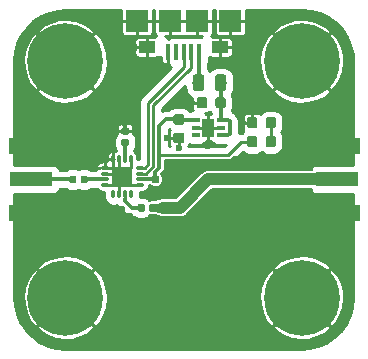
<source format=gbr>
G04 #@! TF.GenerationSoftware,KiCad,Pcbnew,(5.1.2)-1*
G04 #@! TF.CreationDate,2019-06-19T11:16:05+10:00*
G04 #@! TF.ProjectId,Ecal,4563616c-2e6b-4696-9361-645f70636258,rev?*
G04 #@! TF.SameCoordinates,Original*
G04 #@! TF.FileFunction,Copper,L1,Top*
G04 #@! TF.FilePolarity,Positive*
%FSLAX46Y46*%
G04 Gerber Fmt 4.6, Leading zero omitted, Abs format (unit mm)*
G04 Created by KiCad (PCBNEW (5.1.2)-1) date 2019-06-19 11:16:05*
%MOMM*%
%LPD*%
G04 APERTURE LIST*
%ADD10C,0.600000*%
%ADD11R,1.800000X1.800000*%
%ADD12O,0.300000X0.750000*%
%ADD13O,0.750000X0.300000*%
%ADD14R,1.000000X1.600000*%
%ADD15R,0.650000X0.350000*%
%ADD16C,0.100000*%
%ADD17C,0.590000*%
%ADD18C,0.875000*%
%ADD19R,4.200000X1.350000*%
%ADD20R,3.600000X1.270000*%
%ADD21R,0.400000X1.350000*%
%ADD22R,1.350000X1.000000*%
%ADD23R,1.900000X1.900000*%
%ADD24C,0.800000*%
%ADD25C,6.400000*%
%ADD26C,0.975000*%
%ADD27C,0.250000*%
%ADD28C,0.300000*%
%ADD29C,1.000000*%
%ADD30C,0.210000*%
%ADD31C,0.050000*%
G04 APERTURE END LIST*
D10*
X95300000Y-119250000D03*
X94300000Y-119250000D03*
X94300000Y-120250000D03*
X95300000Y-120250000D03*
X94800000Y-119750000D03*
D11*
X94800000Y-119750000D03*
D12*
X95550000Y-121225000D03*
X95050000Y-121225000D03*
X94550000Y-121225000D03*
X94050000Y-121225000D03*
D13*
X93325000Y-120500000D03*
X93325000Y-120000000D03*
X93325000Y-119500000D03*
X93325000Y-119000000D03*
D12*
X94050000Y-118275000D03*
X94550000Y-118275000D03*
X95050000Y-118275000D03*
X95550000Y-118275000D03*
D13*
X96275000Y-119000000D03*
X96275000Y-119500000D03*
X96275000Y-120000000D03*
X96275000Y-120500000D03*
D14*
X102100000Y-115600000D03*
D15*
X103150000Y-114950000D03*
X103150000Y-115600000D03*
X103150000Y-116250000D03*
X101050000Y-116250000D03*
X101050000Y-115600000D03*
X101050000Y-114950000D03*
D16*
G36*
X95236958Y-115605710D02*
G01*
X95251276Y-115607834D01*
X95265317Y-115611351D01*
X95278946Y-115616228D01*
X95292031Y-115622417D01*
X95304447Y-115629858D01*
X95316073Y-115638481D01*
X95326798Y-115648202D01*
X95336519Y-115658927D01*
X95345142Y-115670553D01*
X95352583Y-115682969D01*
X95358772Y-115696054D01*
X95363649Y-115709683D01*
X95367166Y-115723724D01*
X95369290Y-115738042D01*
X95370000Y-115752500D01*
X95370000Y-116047500D01*
X95369290Y-116061958D01*
X95367166Y-116076276D01*
X95363649Y-116090317D01*
X95358772Y-116103946D01*
X95352583Y-116117031D01*
X95345142Y-116129447D01*
X95336519Y-116141073D01*
X95326798Y-116151798D01*
X95316073Y-116161519D01*
X95304447Y-116170142D01*
X95292031Y-116177583D01*
X95278946Y-116183772D01*
X95265317Y-116188649D01*
X95251276Y-116192166D01*
X95236958Y-116194290D01*
X95222500Y-116195000D01*
X94877500Y-116195000D01*
X94863042Y-116194290D01*
X94848724Y-116192166D01*
X94834683Y-116188649D01*
X94821054Y-116183772D01*
X94807969Y-116177583D01*
X94795553Y-116170142D01*
X94783927Y-116161519D01*
X94773202Y-116151798D01*
X94763481Y-116141073D01*
X94754858Y-116129447D01*
X94747417Y-116117031D01*
X94741228Y-116103946D01*
X94736351Y-116090317D01*
X94732834Y-116076276D01*
X94730710Y-116061958D01*
X94730000Y-116047500D01*
X94730000Y-115752500D01*
X94730710Y-115738042D01*
X94732834Y-115723724D01*
X94736351Y-115709683D01*
X94741228Y-115696054D01*
X94747417Y-115682969D01*
X94754858Y-115670553D01*
X94763481Y-115658927D01*
X94773202Y-115648202D01*
X94783927Y-115638481D01*
X94795553Y-115629858D01*
X94807969Y-115622417D01*
X94821054Y-115616228D01*
X94834683Y-115611351D01*
X94848724Y-115607834D01*
X94863042Y-115605710D01*
X94877500Y-115605000D01*
X95222500Y-115605000D01*
X95236958Y-115605710D01*
X95236958Y-115605710D01*
G37*
D17*
X95050000Y-115900000D03*
D16*
G36*
X95236958Y-116575710D02*
G01*
X95251276Y-116577834D01*
X95265317Y-116581351D01*
X95278946Y-116586228D01*
X95292031Y-116592417D01*
X95304447Y-116599858D01*
X95316073Y-116608481D01*
X95326798Y-116618202D01*
X95336519Y-116628927D01*
X95345142Y-116640553D01*
X95352583Y-116652969D01*
X95358772Y-116666054D01*
X95363649Y-116679683D01*
X95367166Y-116693724D01*
X95369290Y-116708042D01*
X95370000Y-116722500D01*
X95370000Y-117017500D01*
X95369290Y-117031958D01*
X95367166Y-117046276D01*
X95363649Y-117060317D01*
X95358772Y-117073946D01*
X95352583Y-117087031D01*
X95345142Y-117099447D01*
X95336519Y-117111073D01*
X95326798Y-117121798D01*
X95316073Y-117131519D01*
X95304447Y-117140142D01*
X95292031Y-117147583D01*
X95278946Y-117153772D01*
X95265317Y-117158649D01*
X95251276Y-117162166D01*
X95236958Y-117164290D01*
X95222500Y-117165000D01*
X94877500Y-117165000D01*
X94863042Y-117164290D01*
X94848724Y-117162166D01*
X94834683Y-117158649D01*
X94821054Y-117153772D01*
X94807969Y-117147583D01*
X94795553Y-117140142D01*
X94783927Y-117131519D01*
X94773202Y-117121798D01*
X94763481Y-117111073D01*
X94754858Y-117099447D01*
X94747417Y-117087031D01*
X94741228Y-117073946D01*
X94736351Y-117060317D01*
X94732834Y-117046276D01*
X94730710Y-117031958D01*
X94730000Y-117017500D01*
X94730000Y-116722500D01*
X94730710Y-116708042D01*
X94732834Y-116693724D01*
X94736351Y-116679683D01*
X94741228Y-116666054D01*
X94747417Y-116652969D01*
X94754858Y-116640553D01*
X94763481Y-116628927D01*
X94773202Y-116618202D01*
X94783927Y-116608481D01*
X94795553Y-116599858D01*
X94807969Y-116592417D01*
X94821054Y-116586228D01*
X94834683Y-116581351D01*
X94848724Y-116577834D01*
X94863042Y-116575710D01*
X94877500Y-116575000D01*
X95222500Y-116575000D01*
X95236958Y-116575710D01*
X95236958Y-116575710D01*
G37*
D17*
X95050000Y-116870000D03*
D16*
G36*
X107627691Y-116326053D02*
G01*
X107648926Y-116329203D01*
X107669750Y-116334419D01*
X107689962Y-116341651D01*
X107709368Y-116350830D01*
X107727781Y-116361866D01*
X107745024Y-116374654D01*
X107760930Y-116389070D01*
X107775346Y-116404976D01*
X107788134Y-116422219D01*
X107799170Y-116440632D01*
X107808349Y-116460038D01*
X107815581Y-116480250D01*
X107820797Y-116501074D01*
X107823947Y-116522309D01*
X107825000Y-116543750D01*
X107825000Y-117056250D01*
X107823947Y-117077691D01*
X107820797Y-117098926D01*
X107815581Y-117119750D01*
X107808349Y-117139962D01*
X107799170Y-117159368D01*
X107788134Y-117177781D01*
X107775346Y-117195024D01*
X107760930Y-117210930D01*
X107745024Y-117225346D01*
X107727781Y-117238134D01*
X107709368Y-117249170D01*
X107689962Y-117258349D01*
X107669750Y-117265581D01*
X107648926Y-117270797D01*
X107627691Y-117273947D01*
X107606250Y-117275000D01*
X107168750Y-117275000D01*
X107147309Y-117273947D01*
X107126074Y-117270797D01*
X107105250Y-117265581D01*
X107085038Y-117258349D01*
X107065632Y-117249170D01*
X107047219Y-117238134D01*
X107029976Y-117225346D01*
X107014070Y-117210930D01*
X106999654Y-117195024D01*
X106986866Y-117177781D01*
X106975830Y-117159368D01*
X106966651Y-117139962D01*
X106959419Y-117119750D01*
X106954203Y-117098926D01*
X106951053Y-117077691D01*
X106950000Y-117056250D01*
X106950000Y-116543750D01*
X106951053Y-116522309D01*
X106954203Y-116501074D01*
X106959419Y-116480250D01*
X106966651Y-116460038D01*
X106975830Y-116440632D01*
X106986866Y-116422219D01*
X106999654Y-116404976D01*
X107014070Y-116389070D01*
X107029976Y-116374654D01*
X107047219Y-116361866D01*
X107065632Y-116350830D01*
X107085038Y-116341651D01*
X107105250Y-116334419D01*
X107126074Y-116329203D01*
X107147309Y-116326053D01*
X107168750Y-116325000D01*
X107606250Y-116325000D01*
X107627691Y-116326053D01*
X107627691Y-116326053D01*
G37*
D18*
X107387500Y-116800000D03*
D16*
G36*
X106052691Y-116326053D02*
G01*
X106073926Y-116329203D01*
X106094750Y-116334419D01*
X106114962Y-116341651D01*
X106134368Y-116350830D01*
X106152781Y-116361866D01*
X106170024Y-116374654D01*
X106185930Y-116389070D01*
X106200346Y-116404976D01*
X106213134Y-116422219D01*
X106224170Y-116440632D01*
X106233349Y-116460038D01*
X106240581Y-116480250D01*
X106245797Y-116501074D01*
X106248947Y-116522309D01*
X106250000Y-116543750D01*
X106250000Y-117056250D01*
X106248947Y-117077691D01*
X106245797Y-117098926D01*
X106240581Y-117119750D01*
X106233349Y-117139962D01*
X106224170Y-117159368D01*
X106213134Y-117177781D01*
X106200346Y-117195024D01*
X106185930Y-117210930D01*
X106170024Y-117225346D01*
X106152781Y-117238134D01*
X106134368Y-117249170D01*
X106114962Y-117258349D01*
X106094750Y-117265581D01*
X106073926Y-117270797D01*
X106052691Y-117273947D01*
X106031250Y-117275000D01*
X105593750Y-117275000D01*
X105572309Y-117273947D01*
X105551074Y-117270797D01*
X105530250Y-117265581D01*
X105510038Y-117258349D01*
X105490632Y-117249170D01*
X105472219Y-117238134D01*
X105454976Y-117225346D01*
X105439070Y-117210930D01*
X105424654Y-117195024D01*
X105411866Y-117177781D01*
X105400830Y-117159368D01*
X105391651Y-117139962D01*
X105384419Y-117119750D01*
X105379203Y-117098926D01*
X105376053Y-117077691D01*
X105375000Y-117056250D01*
X105375000Y-116543750D01*
X105376053Y-116522309D01*
X105379203Y-116501074D01*
X105384419Y-116480250D01*
X105391651Y-116460038D01*
X105400830Y-116440632D01*
X105411866Y-116422219D01*
X105424654Y-116404976D01*
X105439070Y-116389070D01*
X105454976Y-116374654D01*
X105472219Y-116361866D01*
X105490632Y-116350830D01*
X105510038Y-116341651D01*
X105530250Y-116334419D01*
X105551074Y-116329203D01*
X105572309Y-116326053D01*
X105593750Y-116325000D01*
X106031250Y-116325000D01*
X106052691Y-116326053D01*
X106052691Y-116326053D01*
G37*
D18*
X105812500Y-116800000D03*
D19*
X112800000Y-122825000D03*
X112800000Y-117175000D03*
D20*
X113000000Y-120000000D03*
D19*
X87300000Y-117175000D03*
X87300000Y-122825000D03*
D20*
X87100000Y-120000000D03*
D21*
X100650000Y-109225000D03*
X101300000Y-109225000D03*
X99350000Y-109225000D03*
X98700000Y-109225000D03*
X100000000Y-109225000D03*
D22*
X103100000Y-108800000D03*
X96900000Y-108800000D03*
D23*
X96050000Y-106550000D03*
X103950000Y-106550000D03*
X101150000Y-106550000D03*
X98850000Y-106550000D03*
D24*
X111697056Y-128302944D03*
X110000000Y-127600000D03*
X108302944Y-128302944D03*
X107600000Y-130000000D03*
X108302944Y-131697056D03*
X110000000Y-132400000D03*
X111697056Y-131697056D03*
X112400000Y-130000000D03*
D25*
X110000000Y-130000000D03*
D24*
X91697056Y-128302944D03*
X90000000Y-127600000D03*
X88302944Y-128302944D03*
X87600000Y-130000000D03*
X88302944Y-131697056D03*
X90000000Y-132400000D03*
X91697056Y-131697056D03*
X92400000Y-130000000D03*
D25*
X90000000Y-130000000D03*
D24*
X91697056Y-108302944D03*
X90000000Y-107600000D03*
X88302944Y-108302944D03*
X87600000Y-110000000D03*
X88302944Y-111697056D03*
X90000000Y-112400000D03*
X91697056Y-111697056D03*
X92400000Y-110000000D03*
D25*
X90000000Y-110000000D03*
D24*
X111697056Y-108302944D03*
X110000000Y-107600000D03*
X108302944Y-108302944D03*
X107600000Y-110000000D03*
X108302944Y-111697056D03*
X110000000Y-112400000D03*
X111697056Y-111697056D03*
X112400000Y-110000000D03*
D25*
X110000000Y-110000000D03*
D16*
G36*
X101530142Y-111101174D02*
G01*
X101553803Y-111104684D01*
X101577007Y-111110496D01*
X101599529Y-111118554D01*
X101621153Y-111128782D01*
X101641670Y-111141079D01*
X101660883Y-111155329D01*
X101678607Y-111171393D01*
X101694671Y-111189117D01*
X101708921Y-111208330D01*
X101721218Y-111228847D01*
X101731446Y-111250471D01*
X101739504Y-111272993D01*
X101745316Y-111296197D01*
X101748826Y-111319858D01*
X101750000Y-111343750D01*
X101750000Y-112256250D01*
X101748826Y-112280142D01*
X101745316Y-112303803D01*
X101739504Y-112327007D01*
X101731446Y-112349529D01*
X101721218Y-112371153D01*
X101708921Y-112391670D01*
X101694671Y-112410883D01*
X101678607Y-112428607D01*
X101660883Y-112444671D01*
X101641670Y-112458921D01*
X101621153Y-112471218D01*
X101599529Y-112481446D01*
X101577007Y-112489504D01*
X101553803Y-112495316D01*
X101530142Y-112498826D01*
X101506250Y-112500000D01*
X101018750Y-112500000D01*
X100994858Y-112498826D01*
X100971197Y-112495316D01*
X100947993Y-112489504D01*
X100925471Y-112481446D01*
X100903847Y-112471218D01*
X100883330Y-112458921D01*
X100864117Y-112444671D01*
X100846393Y-112428607D01*
X100830329Y-112410883D01*
X100816079Y-112391670D01*
X100803782Y-112371153D01*
X100793554Y-112349529D01*
X100785496Y-112327007D01*
X100779684Y-112303803D01*
X100776174Y-112280142D01*
X100775000Y-112256250D01*
X100775000Y-111343750D01*
X100776174Y-111319858D01*
X100779684Y-111296197D01*
X100785496Y-111272993D01*
X100793554Y-111250471D01*
X100803782Y-111228847D01*
X100816079Y-111208330D01*
X100830329Y-111189117D01*
X100846393Y-111171393D01*
X100864117Y-111155329D01*
X100883330Y-111141079D01*
X100903847Y-111128782D01*
X100925471Y-111118554D01*
X100947993Y-111110496D01*
X100971197Y-111104684D01*
X100994858Y-111101174D01*
X101018750Y-111100000D01*
X101506250Y-111100000D01*
X101530142Y-111101174D01*
X101530142Y-111101174D01*
G37*
D26*
X101262500Y-111800000D03*
D16*
G36*
X103405142Y-111101174D02*
G01*
X103428803Y-111104684D01*
X103452007Y-111110496D01*
X103474529Y-111118554D01*
X103496153Y-111128782D01*
X103516670Y-111141079D01*
X103535883Y-111155329D01*
X103553607Y-111171393D01*
X103569671Y-111189117D01*
X103583921Y-111208330D01*
X103596218Y-111228847D01*
X103606446Y-111250471D01*
X103614504Y-111272993D01*
X103620316Y-111296197D01*
X103623826Y-111319858D01*
X103625000Y-111343750D01*
X103625000Y-112256250D01*
X103623826Y-112280142D01*
X103620316Y-112303803D01*
X103614504Y-112327007D01*
X103606446Y-112349529D01*
X103596218Y-112371153D01*
X103583921Y-112391670D01*
X103569671Y-112410883D01*
X103553607Y-112428607D01*
X103535883Y-112444671D01*
X103516670Y-112458921D01*
X103496153Y-112471218D01*
X103474529Y-112481446D01*
X103452007Y-112489504D01*
X103428803Y-112495316D01*
X103405142Y-112498826D01*
X103381250Y-112500000D01*
X102893750Y-112500000D01*
X102869858Y-112498826D01*
X102846197Y-112495316D01*
X102822993Y-112489504D01*
X102800471Y-112481446D01*
X102778847Y-112471218D01*
X102758330Y-112458921D01*
X102739117Y-112444671D01*
X102721393Y-112428607D01*
X102705329Y-112410883D01*
X102691079Y-112391670D01*
X102678782Y-112371153D01*
X102668554Y-112349529D01*
X102660496Y-112327007D01*
X102654684Y-112303803D01*
X102651174Y-112280142D01*
X102650000Y-112256250D01*
X102650000Y-111343750D01*
X102651174Y-111319858D01*
X102654684Y-111296197D01*
X102660496Y-111272993D01*
X102668554Y-111250471D01*
X102678782Y-111228847D01*
X102691079Y-111208330D01*
X102705329Y-111189117D01*
X102721393Y-111171393D01*
X102739117Y-111155329D01*
X102758330Y-111141079D01*
X102778847Y-111128782D01*
X102800471Y-111118554D01*
X102822993Y-111110496D01*
X102846197Y-111104684D01*
X102869858Y-111101174D01*
X102893750Y-111100000D01*
X103381250Y-111100000D01*
X103405142Y-111101174D01*
X103405142Y-111101174D01*
G37*
D26*
X103137500Y-111800000D03*
D16*
G36*
X107627691Y-114726053D02*
G01*
X107648926Y-114729203D01*
X107669750Y-114734419D01*
X107689962Y-114741651D01*
X107709368Y-114750830D01*
X107727781Y-114761866D01*
X107745024Y-114774654D01*
X107760930Y-114789070D01*
X107775346Y-114804976D01*
X107788134Y-114822219D01*
X107799170Y-114840632D01*
X107808349Y-114860038D01*
X107815581Y-114880250D01*
X107820797Y-114901074D01*
X107823947Y-114922309D01*
X107825000Y-114943750D01*
X107825000Y-115456250D01*
X107823947Y-115477691D01*
X107820797Y-115498926D01*
X107815581Y-115519750D01*
X107808349Y-115539962D01*
X107799170Y-115559368D01*
X107788134Y-115577781D01*
X107775346Y-115595024D01*
X107760930Y-115610930D01*
X107745024Y-115625346D01*
X107727781Y-115638134D01*
X107709368Y-115649170D01*
X107689962Y-115658349D01*
X107669750Y-115665581D01*
X107648926Y-115670797D01*
X107627691Y-115673947D01*
X107606250Y-115675000D01*
X107168750Y-115675000D01*
X107147309Y-115673947D01*
X107126074Y-115670797D01*
X107105250Y-115665581D01*
X107085038Y-115658349D01*
X107065632Y-115649170D01*
X107047219Y-115638134D01*
X107029976Y-115625346D01*
X107014070Y-115610930D01*
X106999654Y-115595024D01*
X106986866Y-115577781D01*
X106975830Y-115559368D01*
X106966651Y-115539962D01*
X106959419Y-115519750D01*
X106954203Y-115498926D01*
X106951053Y-115477691D01*
X106950000Y-115456250D01*
X106950000Y-114943750D01*
X106951053Y-114922309D01*
X106954203Y-114901074D01*
X106959419Y-114880250D01*
X106966651Y-114860038D01*
X106975830Y-114840632D01*
X106986866Y-114822219D01*
X106999654Y-114804976D01*
X107014070Y-114789070D01*
X107029976Y-114774654D01*
X107047219Y-114761866D01*
X107065632Y-114750830D01*
X107085038Y-114741651D01*
X107105250Y-114734419D01*
X107126074Y-114729203D01*
X107147309Y-114726053D01*
X107168750Y-114725000D01*
X107606250Y-114725000D01*
X107627691Y-114726053D01*
X107627691Y-114726053D01*
G37*
D18*
X107387500Y-115200000D03*
D16*
G36*
X106052691Y-114726053D02*
G01*
X106073926Y-114729203D01*
X106094750Y-114734419D01*
X106114962Y-114741651D01*
X106134368Y-114750830D01*
X106152781Y-114761866D01*
X106170024Y-114774654D01*
X106185930Y-114789070D01*
X106200346Y-114804976D01*
X106213134Y-114822219D01*
X106224170Y-114840632D01*
X106233349Y-114860038D01*
X106240581Y-114880250D01*
X106245797Y-114901074D01*
X106248947Y-114922309D01*
X106250000Y-114943750D01*
X106250000Y-115456250D01*
X106248947Y-115477691D01*
X106245797Y-115498926D01*
X106240581Y-115519750D01*
X106233349Y-115539962D01*
X106224170Y-115559368D01*
X106213134Y-115577781D01*
X106200346Y-115595024D01*
X106185930Y-115610930D01*
X106170024Y-115625346D01*
X106152781Y-115638134D01*
X106134368Y-115649170D01*
X106114962Y-115658349D01*
X106094750Y-115665581D01*
X106073926Y-115670797D01*
X106052691Y-115673947D01*
X106031250Y-115675000D01*
X105593750Y-115675000D01*
X105572309Y-115673947D01*
X105551074Y-115670797D01*
X105530250Y-115665581D01*
X105510038Y-115658349D01*
X105490632Y-115649170D01*
X105472219Y-115638134D01*
X105454976Y-115625346D01*
X105439070Y-115610930D01*
X105424654Y-115595024D01*
X105411866Y-115577781D01*
X105400830Y-115559368D01*
X105391651Y-115539962D01*
X105384419Y-115519750D01*
X105379203Y-115498926D01*
X105376053Y-115477691D01*
X105375000Y-115456250D01*
X105375000Y-114943750D01*
X105376053Y-114922309D01*
X105379203Y-114901074D01*
X105384419Y-114880250D01*
X105391651Y-114860038D01*
X105400830Y-114840632D01*
X105411866Y-114822219D01*
X105424654Y-114804976D01*
X105439070Y-114789070D01*
X105454976Y-114774654D01*
X105472219Y-114761866D01*
X105490632Y-114750830D01*
X105510038Y-114741651D01*
X105530250Y-114734419D01*
X105551074Y-114729203D01*
X105572309Y-114726053D01*
X105593750Y-114725000D01*
X106031250Y-114725000D01*
X106052691Y-114726053D01*
X106052691Y-114726053D01*
G37*
D18*
X105812500Y-115200000D03*
D16*
G36*
X96576958Y-122080710D02*
G01*
X96591276Y-122082834D01*
X96605317Y-122086351D01*
X96618946Y-122091228D01*
X96632031Y-122097417D01*
X96644447Y-122104858D01*
X96656073Y-122113481D01*
X96666798Y-122123202D01*
X96676519Y-122133927D01*
X96685142Y-122145553D01*
X96692583Y-122157969D01*
X96698772Y-122171054D01*
X96703649Y-122184683D01*
X96707166Y-122198724D01*
X96709290Y-122213042D01*
X96710000Y-122227500D01*
X96710000Y-122572500D01*
X96709290Y-122586958D01*
X96707166Y-122601276D01*
X96703649Y-122615317D01*
X96698772Y-122628946D01*
X96692583Y-122642031D01*
X96685142Y-122654447D01*
X96676519Y-122666073D01*
X96666798Y-122676798D01*
X96656073Y-122686519D01*
X96644447Y-122695142D01*
X96632031Y-122702583D01*
X96618946Y-122708772D01*
X96605317Y-122713649D01*
X96591276Y-122717166D01*
X96576958Y-122719290D01*
X96562500Y-122720000D01*
X96267500Y-122720000D01*
X96253042Y-122719290D01*
X96238724Y-122717166D01*
X96224683Y-122713649D01*
X96211054Y-122708772D01*
X96197969Y-122702583D01*
X96185553Y-122695142D01*
X96173927Y-122686519D01*
X96163202Y-122676798D01*
X96153481Y-122666073D01*
X96144858Y-122654447D01*
X96137417Y-122642031D01*
X96131228Y-122628946D01*
X96126351Y-122615317D01*
X96122834Y-122601276D01*
X96120710Y-122586958D01*
X96120000Y-122572500D01*
X96120000Y-122227500D01*
X96120710Y-122213042D01*
X96122834Y-122198724D01*
X96126351Y-122184683D01*
X96131228Y-122171054D01*
X96137417Y-122157969D01*
X96144858Y-122145553D01*
X96153481Y-122133927D01*
X96163202Y-122123202D01*
X96173927Y-122113481D01*
X96185553Y-122104858D01*
X96197969Y-122097417D01*
X96211054Y-122091228D01*
X96224683Y-122086351D01*
X96238724Y-122082834D01*
X96253042Y-122080710D01*
X96267500Y-122080000D01*
X96562500Y-122080000D01*
X96576958Y-122080710D01*
X96576958Y-122080710D01*
G37*
D17*
X96415000Y-122400000D03*
D16*
G36*
X97546958Y-122080710D02*
G01*
X97561276Y-122082834D01*
X97575317Y-122086351D01*
X97588946Y-122091228D01*
X97602031Y-122097417D01*
X97614447Y-122104858D01*
X97626073Y-122113481D01*
X97636798Y-122123202D01*
X97646519Y-122133927D01*
X97655142Y-122145553D01*
X97662583Y-122157969D01*
X97668772Y-122171054D01*
X97673649Y-122184683D01*
X97677166Y-122198724D01*
X97679290Y-122213042D01*
X97680000Y-122227500D01*
X97680000Y-122572500D01*
X97679290Y-122586958D01*
X97677166Y-122601276D01*
X97673649Y-122615317D01*
X97668772Y-122628946D01*
X97662583Y-122642031D01*
X97655142Y-122654447D01*
X97646519Y-122666073D01*
X97636798Y-122676798D01*
X97626073Y-122686519D01*
X97614447Y-122695142D01*
X97602031Y-122702583D01*
X97588946Y-122708772D01*
X97575317Y-122713649D01*
X97561276Y-122717166D01*
X97546958Y-122719290D01*
X97532500Y-122720000D01*
X97237500Y-122720000D01*
X97223042Y-122719290D01*
X97208724Y-122717166D01*
X97194683Y-122713649D01*
X97181054Y-122708772D01*
X97167969Y-122702583D01*
X97155553Y-122695142D01*
X97143927Y-122686519D01*
X97133202Y-122676798D01*
X97123481Y-122666073D01*
X97114858Y-122654447D01*
X97107417Y-122642031D01*
X97101228Y-122628946D01*
X97096351Y-122615317D01*
X97092834Y-122601276D01*
X97090710Y-122586958D01*
X97090000Y-122572500D01*
X97090000Y-122227500D01*
X97090710Y-122213042D01*
X97092834Y-122198724D01*
X97096351Y-122184683D01*
X97101228Y-122171054D01*
X97107417Y-122157969D01*
X97114858Y-122145553D01*
X97123481Y-122133927D01*
X97133202Y-122123202D01*
X97143927Y-122113481D01*
X97155553Y-122104858D01*
X97167969Y-122097417D01*
X97181054Y-122091228D01*
X97194683Y-122086351D01*
X97208724Y-122082834D01*
X97223042Y-122080710D01*
X97237500Y-122080000D01*
X97532500Y-122080000D01*
X97546958Y-122080710D01*
X97546958Y-122080710D01*
G37*
D17*
X97385000Y-122400000D03*
D16*
G36*
X97776958Y-119680710D02*
G01*
X97791276Y-119682834D01*
X97805317Y-119686351D01*
X97818946Y-119691228D01*
X97832031Y-119697417D01*
X97844447Y-119704858D01*
X97856073Y-119713481D01*
X97866798Y-119723202D01*
X97876519Y-119733927D01*
X97885142Y-119745553D01*
X97892583Y-119757969D01*
X97898772Y-119771054D01*
X97903649Y-119784683D01*
X97907166Y-119798724D01*
X97909290Y-119813042D01*
X97910000Y-119827500D01*
X97910000Y-120172500D01*
X97909290Y-120186958D01*
X97907166Y-120201276D01*
X97903649Y-120215317D01*
X97898772Y-120228946D01*
X97892583Y-120242031D01*
X97885142Y-120254447D01*
X97876519Y-120266073D01*
X97866798Y-120276798D01*
X97856073Y-120286519D01*
X97844447Y-120295142D01*
X97832031Y-120302583D01*
X97818946Y-120308772D01*
X97805317Y-120313649D01*
X97791276Y-120317166D01*
X97776958Y-120319290D01*
X97762500Y-120320000D01*
X97467500Y-120320000D01*
X97453042Y-120319290D01*
X97438724Y-120317166D01*
X97424683Y-120313649D01*
X97411054Y-120308772D01*
X97397969Y-120302583D01*
X97385553Y-120295142D01*
X97373927Y-120286519D01*
X97363202Y-120276798D01*
X97353481Y-120266073D01*
X97344858Y-120254447D01*
X97337417Y-120242031D01*
X97331228Y-120228946D01*
X97326351Y-120215317D01*
X97322834Y-120201276D01*
X97320710Y-120186958D01*
X97320000Y-120172500D01*
X97320000Y-119827500D01*
X97320710Y-119813042D01*
X97322834Y-119798724D01*
X97326351Y-119784683D01*
X97331228Y-119771054D01*
X97337417Y-119757969D01*
X97344858Y-119745553D01*
X97353481Y-119733927D01*
X97363202Y-119723202D01*
X97373927Y-119713481D01*
X97385553Y-119704858D01*
X97397969Y-119697417D01*
X97411054Y-119691228D01*
X97424683Y-119686351D01*
X97438724Y-119682834D01*
X97453042Y-119680710D01*
X97467500Y-119680000D01*
X97762500Y-119680000D01*
X97776958Y-119680710D01*
X97776958Y-119680710D01*
G37*
D17*
X97615000Y-120000000D03*
D16*
G36*
X98746958Y-119680710D02*
G01*
X98761276Y-119682834D01*
X98775317Y-119686351D01*
X98788946Y-119691228D01*
X98802031Y-119697417D01*
X98814447Y-119704858D01*
X98826073Y-119713481D01*
X98836798Y-119723202D01*
X98846519Y-119733927D01*
X98855142Y-119745553D01*
X98862583Y-119757969D01*
X98868772Y-119771054D01*
X98873649Y-119784683D01*
X98877166Y-119798724D01*
X98879290Y-119813042D01*
X98880000Y-119827500D01*
X98880000Y-120172500D01*
X98879290Y-120186958D01*
X98877166Y-120201276D01*
X98873649Y-120215317D01*
X98868772Y-120228946D01*
X98862583Y-120242031D01*
X98855142Y-120254447D01*
X98846519Y-120266073D01*
X98836798Y-120276798D01*
X98826073Y-120286519D01*
X98814447Y-120295142D01*
X98802031Y-120302583D01*
X98788946Y-120308772D01*
X98775317Y-120313649D01*
X98761276Y-120317166D01*
X98746958Y-120319290D01*
X98732500Y-120320000D01*
X98437500Y-120320000D01*
X98423042Y-120319290D01*
X98408724Y-120317166D01*
X98394683Y-120313649D01*
X98381054Y-120308772D01*
X98367969Y-120302583D01*
X98355553Y-120295142D01*
X98343927Y-120286519D01*
X98333202Y-120276798D01*
X98323481Y-120266073D01*
X98314858Y-120254447D01*
X98307417Y-120242031D01*
X98301228Y-120228946D01*
X98296351Y-120215317D01*
X98292834Y-120201276D01*
X98290710Y-120186958D01*
X98290000Y-120172500D01*
X98290000Y-119827500D01*
X98290710Y-119813042D01*
X98292834Y-119798724D01*
X98296351Y-119784683D01*
X98301228Y-119771054D01*
X98307417Y-119757969D01*
X98314858Y-119745553D01*
X98323481Y-119733927D01*
X98333202Y-119723202D01*
X98343927Y-119713481D01*
X98355553Y-119704858D01*
X98367969Y-119697417D01*
X98381054Y-119691228D01*
X98394683Y-119686351D01*
X98408724Y-119682834D01*
X98423042Y-119680710D01*
X98437500Y-119680000D01*
X98732500Y-119680000D01*
X98746958Y-119680710D01*
X98746958Y-119680710D01*
G37*
D17*
X98585000Y-120000000D03*
D16*
G36*
X90776958Y-119680710D02*
G01*
X90791276Y-119682834D01*
X90805317Y-119686351D01*
X90818946Y-119691228D01*
X90832031Y-119697417D01*
X90844447Y-119704858D01*
X90856073Y-119713481D01*
X90866798Y-119723202D01*
X90876519Y-119733927D01*
X90885142Y-119745553D01*
X90892583Y-119757969D01*
X90898772Y-119771054D01*
X90903649Y-119784683D01*
X90907166Y-119798724D01*
X90909290Y-119813042D01*
X90910000Y-119827500D01*
X90910000Y-120172500D01*
X90909290Y-120186958D01*
X90907166Y-120201276D01*
X90903649Y-120215317D01*
X90898772Y-120228946D01*
X90892583Y-120242031D01*
X90885142Y-120254447D01*
X90876519Y-120266073D01*
X90866798Y-120276798D01*
X90856073Y-120286519D01*
X90844447Y-120295142D01*
X90832031Y-120302583D01*
X90818946Y-120308772D01*
X90805317Y-120313649D01*
X90791276Y-120317166D01*
X90776958Y-120319290D01*
X90762500Y-120320000D01*
X90467500Y-120320000D01*
X90453042Y-120319290D01*
X90438724Y-120317166D01*
X90424683Y-120313649D01*
X90411054Y-120308772D01*
X90397969Y-120302583D01*
X90385553Y-120295142D01*
X90373927Y-120286519D01*
X90363202Y-120276798D01*
X90353481Y-120266073D01*
X90344858Y-120254447D01*
X90337417Y-120242031D01*
X90331228Y-120228946D01*
X90326351Y-120215317D01*
X90322834Y-120201276D01*
X90320710Y-120186958D01*
X90320000Y-120172500D01*
X90320000Y-119827500D01*
X90320710Y-119813042D01*
X90322834Y-119798724D01*
X90326351Y-119784683D01*
X90331228Y-119771054D01*
X90337417Y-119757969D01*
X90344858Y-119745553D01*
X90353481Y-119733927D01*
X90363202Y-119723202D01*
X90373927Y-119713481D01*
X90385553Y-119704858D01*
X90397969Y-119697417D01*
X90411054Y-119691228D01*
X90424683Y-119686351D01*
X90438724Y-119682834D01*
X90453042Y-119680710D01*
X90467500Y-119680000D01*
X90762500Y-119680000D01*
X90776958Y-119680710D01*
X90776958Y-119680710D01*
G37*
D17*
X90615000Y-120000000D03*
D16*
G36*
X91746958Y-119680710D02*
G01*
X91761276Y-119682834D01*
X91775317Y-119686351D01*
X91788946Y-119691228D01*
X91802031Y-119697417D01*
X91814447Y-119704858D01*
X91826073Y-119713481D01*
X91836798Y-119723202D01*
X91846519Y-119733927D01*
X91855142Y-119745553D01*
X91862583Y-119757969D01*
X91868772Y-119771054D01*
X91873649Y-119784683D01*
X91877166Y-119798724D01*
X91879290Y-119813042D01*
X91880000Y-119827500D01*
X91880000Y-120172500D01*
X91879290Y-120186958D01*
X91877166Y-120201276D01*
X91873649Y-120215317D01*
X91868772Y-120228946D01*
X91862583Y-120242031D01*
X91855142Y-120254447D01*
X91846519Y-120266073D01*
X91836798Y-120276798D01*
X91826073Y-120286519D01*
X91814447Y-120295142D01*
X91802031Y-120302583D01*
X91788946Y-120308772D01*
X91775317Y-120313649D01*
X91761276Y-120317166D01*
X91746958Y-120319290D01*
X91732500Y-120320000D01*
X91437500Y-120320000D01*
X91423042Y-120319290D01*
X91408724Y-120317166D01*
X91394683Y-120313649D01*
X91381054Y-120308772D01*
X91367969Y-120302583D01*
X91355553Y-120295142D01*
X91343927Y-120286519D01*
X91333202Y-120276798D01*
X91323481Y-120266073D01*
X91314858Y-120254447D01*
X91307417Y-120242031D01*
X91301228Y-120228946D01*
X91296351Y-120215317D01*
X91292834Y-120201276D01*
X91290710Y-120186958D01*
X91290000Y-120172500D01*
X91290000Y-119827500D01*
X91290710Y-119813042D01*
X91292834Y-119798724D01*
X91296351Y-119784683D01*
X91301228Y-119771054D01*
X91307417Y-119757969D01*
X91314858Y-119745553D01*
X91323481Y-119733927D01*
X91333202Y-119723202D01*
X91343927Y-119713481D01*
X91355553Y-119704858D01*
X91367969Y-119697417D01*
X91381054Y-119691228D01*
X91394683Y-119686351D01*
X91408724Y-119682834D01*
X91423042Y-119680710D01*
X91437500Y-119680000D01*
X91732500Y-119680000D01*
X91746958Y-119680710D01*
X91746958Y-119680710D01*
G37*
D17*
X91585000Y-120000000D03*
D16*
G36*
X99877691Y-116051053D02*
G01*
X99898926Y-116054203D01*
X99919750Y-116059419D01*
X99939962Y-116066651D01*
X99959368Y-116075830D01*
X99977781Y-116086866D01*
X99995024Y-116099654D01*
X100010930Y-116114070D01*
X100025346Y-116129976D01*
X100038134Y-116147219D01*
X100049170Y-116165632D01*
X100058349Y-116185038D01*
X100065581Y-116205250D01*
X100070797Y-116226074D01*
X100073947Y-116247309D01*
X100075000Y-116268750D01*
X100075000Y-116706250D01*
X100073947Y-116727691D01*
X100070797Y-116748926D01*
X100065581Y-116769750D01*
X100058349Y-116789962D01*
X100049170Y-116809368D01*
X100038134Y-116827781D01*
X100025346Y-116845024D01*
X100010930Y-116860930D01*
X99995024Y-116875346D01*
X99977781Y-116888134D01*
X99959368Y-116899170D01*
X99939962Y-116908349D01*
X99919750Y-116915581D01*
X99898926Y-116920797D01*
X99877691Y-116923947D01*
X99856250Y-116925000D01*
X99343750Y-116925000D01*
X99322309Y-116923947D01*
X99301074Y-116920797D01*
X99280250Y-116915581D01*
X99260038Y-116908349D01*
X99240632Y-116899170D01*
X99222219Y-116888134D01*
X99204976Y-116875346D01*
X99189070Y-116860930D01*
X99174654Y-116845024D01*
X99161866Y-116827781D01*
X99150830Y-116809368D01*
X99141651Y-116789962D01*
X99134419Y-116769750D01*
X99129203Y-116748926D01*
X99126053Y-116727691D01*
X99125000Y-116706250D01*
X99125000Y-116268750D01*
X99126053Y-116247309D01*
X99129203Y-116226074D01*
X99134419Y-116205250D01*
X99141651Y-116185038D01*
X99150830Y-116165632D01*
X99161866Y-116147219D01*
X99174654Y-116129976D01*
X99189070Y-116114070D01*
X99204976Y-116099654D01*
X99222219Y-116086866D01*
X99240632Y-116075830D01*
X99260038Y-116066651D01*
X99280250Y-116059419D01*
X99301074Y-116054203D01*
X99322309Y-116051053D01*
X99343750Y-116050000D01*
X99856250Y-116050000D01*
X99877691Y-116051053D01*
X99877691Y-116051053D01*
G37*
D18*
X99600000Y-116487500D03*
D16*
G36*
X99877691Y-114476053D02*
G01*
X99898926Y-114479203D01*
X99919750Y-114484419D01*
X99939962Y-114491651D01*
X99959368Y-114500830D01*
X99977781Y-114511866D01*
X99995024Y-114524654D01*
X100010930Y-114539070D01*
X100025346Y-114554976D01*
X100038134Y-114572219D01*
X100049170Y-114590632D01*
X100058349Y-114610038D01*
X100065581Y-114630250D01*
X100070797Y-114651074D01*
X100073947Y-114672309D01*
X100075000Y-114693750D01*
X100075000Y-115131250D01*
X100073947Y-115152691D01*
X100070797Y-115173926D01*
X100065581Y-115194750D01*
X100058349Y-115214962D01*
X100049170Y-115234368D01*
X100038134Y-115252781D01*
X100025346Y-115270024D01*
X100010930Y-115285930D01*
X99995024Y-115300346D01*
X99977781Y-115313134D01*
X99959368Y-115324170D01*
X99939962Y-115333349D01*
X99919750Y-115340581D01*
X99898926Y-115345797D01*
X99877691Y-115348947D01*
X99856250Y-115350000D01*
X99343750Y-115350000D01*
X99322309Y-115348947D01*
X99301074Y-115345797D01*
X99280250Y-115340581D01*
X99260038Y-115333349D01*
X99240632Y-115324170D01*
X99222219Y-115313134D01*
X99204976Y-115300346D01*
X99189070Y-115285930D01*
X99174654Y-115270024D01*
X99161866Y-115252781D01*
X99150830Y-115234368D01*
X99141651Y-115214962D01*
X99134419Y-115194750D01*
X99129203Y-115173926D01*
X99126053Y-115152691D01*
X99125000Y-115131250D01*
X99125000Y-114693750D01*
X99126053Y-114672309D01*
X99129203Y-114651074D01*
X99134419Y-114630250D01*
X99141651Y-114610038D01*
X99150830Y-114590632D01*
X99161866Y-114572219D01*
X99174654Y-114554976D01*
X99189070Y-114539070D01*
X99204976Y-114524654D01*
X99222219Y-114511866D01*
X99240632Y-114500830D01*
X99260038Y-114491651D01*
X99280250Y-114484419D01*
X99301074Y-114479203D01*
X99322309Y-114476053D01*
X99343750Y-114475000D01*
X99856250Y-114475000D01*
X99877691Y-114476053D01*
X99877691Y-114476053D01*
G37*
D18*
X99600000Y-114912500D03*
D16*
G36*
X101802691Y-113026053D02*
G01*
X101823926Y-113029203D01*
X101844750Y-113034419D01*
X101864962Y-113041651D01*
X101884368Y-113050830D01*
X101902781Y-113061866D01*
X101920024Y-113074654D01*
X101935930Y-113089070D01*
X101950346Y-113104976D01*
X101963134Y-113122219D01*
X101974170Y-113140632D01*
X101983349Y-113160038D01*
X101990581Y-113180250D01*
X101995797Y-113201074D01*
X101998947Y-113222309D01*
X102000000Y-113243750D01*
X102000000Y-113756250D01*
X101998947Y-113777691D01*
X101995797Y-113798926D01*
X101990581Y-113819750D01*
X101983349Y-113839962D01*
X101974170Y-113859368D01*
X101963134Y-113877781D01*
X101950346Y-113895024D01*
X101935930Y-113910930D01*
X101920024Y-113925346D01*
X101902781Y-113938134D01*
X101884368Y-113949170D01*
X101864962Y-113958349D01*
X101844750Y-113965581D01*
X101823926Y-113970797D01*
X101802691Y-113973947D01*
X101781250Y-113975000D01*
X101343750Y-113975000D01*
X101322309Y-113973947D01*
X101301074Y-113970797D01*
X101280250Y-113965581D01*
X101260038Y-113958349D01*
X101240632Y-113949170D01*
X101222219Y-113938134D01*
X101204976Y-113925346D01*
X101189070Y-113910930D01*
X101174654Y-113895024D01*
X101161866Y-113877781D01*
X101150830Y-113859368D01*
X101141651Y-113839962D01*
X101134419Y-113819750D01*
X101129203Y-113798926D01*
X101126053Y-113777691D01*
X101125000Y-113756250D01*
X101125000Y-113243750D01*
X101126053Y-113222309D01*
X101129203Y-113201074D01*
X101134419Y-113180250D01*
X101141651Y-113160038D01*
X101150830Y-113140632D01*
X101161866Y-113122219D01*
X101174654Y-113104976D01*
X101189070Y-113089070D01*
X101204976Y-113074654D01*
X101222219Y-113061866D01*
X101240632Y-113050830D01*
X101260038Y-113041651D01*
X101280250Y-113034419D01*
X101301074Y-113029203D01*
X101322309Y-113026053D01*
X101343750Y-113025000D01*
X101781250Y-113025000D01*
X101802691Y-113026053D01*
X101802691Y-113026053D01*
G37*
D18*
X101562500Y-113500000D03*
D16*
G36*
X103377691Y-113026053D02*
G01*
X103398926Y-113029203D01*
X103419750Y-113034419D01*
X103439962Y-113041651D01*
X103459368Y-113050830D01*
X103477781Y-113061866D01*
X103495024Y-113074654D01*
X103510930Y-113089070D01*
X103525346Y-113104976D01*
X103538134Y-113122219D01*
X103549170Y-113140632D01*
X103558349Y-113160038D01*
X103565581Y-113180250D01*
X103570797Y-113201074D01*
X103573947Y-113222309D01*
X103575000Y-113243750D01*
X103575000Y-113756250D01*
X103573947Y-113777691D01*
X103570797Y-113798926D01*
X103565581Y-113819750D01*
X103558349Y-113839962D01*
X103549170Y-113859368D01*
X103538134Y-113877781D01*
X103525346Y-113895024D01*
X103510930Y-113910930D01*
X103495024Y-113925346D01*
X103477781Y-113938134D01*
X103459368Y-113949170D01*
X103439962Y-113958349D01*
X103419750Y-113965581D01*
X103398926Y-113970797D01*
X103377691Y-113973947D01*
X103356250Y-113975000D01*
X102918750Y-113975000D01*
X102897309Y-113973947D01*
X102876074Y-113970797D01*
X102855250Y-113965581D01*
X102835038Y-113958349D01*
X102815632Y-113949170D01*
X102797219Y-113938134D01*
X102779976Y-113925346D01*
X102764070Y-113910930D01*
X102749654Y-113895024D01*
X102736866Y-113877781D01*
X102725830Y-113859368D01*
X102716651Y-113839962D01*
X102709419Y-113819750D01*
X102704203Y-113798926D01*
X102701053Y-113777691D01*
X102700000Y-113756250D01*
X102700000Y-113243750D01*
X102701053Y-113222309D01*
X102704203Y-113201074D01*
X102709419Y-113180250D01*
X102716651Y-113160038D01*
X102725830Y-113140632D01*
X102736866Y-113122219D01*
X102749654Y-113104976D01*
X102764070Y-113089070D01*
X102779976Y-113074654D01*
X102797219Y-113061866D01*
X102815632Y-113050830D01*
X102835038Y-113041651D01*
X102855250Y-113034419D01*
X102876074Y-113029203D01*
X102897309Y-113026053D01*
X102918750Y-113025000D01*
X103356250Y-113025000D01*
X103377691Y-113026053D01*
X103377691Y-113026053D01*
G37*
D18*
X103137500Y-113500000D03*
D24*
X104000000Y-106600000D03*
X101200000Y-106600000D03*
X98800000Y-106600000D03*
X96000000Y-106600000D03*
D10*
X94000000Y-133000000D03*
X97000000Y-133000000D03*
X100000000Y-133000000D03*
X103000000Y-133000000D03*
X106000000Y-133000000D03*
X100000000Y-127000000D03*
X97000000Y-127000000D03*
X94000000Y-127000000D03*
X103000000Y-127000000D03*
X106000000Y-127000000D03*
X97000000Y-130000000D03*
X106000000Y-130000000D03*
X103000000Y-130000000D03*
X100000000Y-130000000D03*
X94000000Y-130000000D03*
X106000000Y-124000000D03*
X103000000Y-124000000D03*
X100000000Y-124000000D03*
X97000000Y-124000000D03*
X94000000Y-124000000D03*
X94000000Y-115000000D03*
X94000000Y-112000000D03*
X97000000Y-112000000D03*
X91000000Y-115000000D03*
X88000000Y-115000000D03*
X91000000Y-118000000D03*
X91000000Y-124000000D03*
X109000000Y-124000000D03*
X109000000Y-115000000D03*
X112000000Y-115000000D03*
X110500000Y-121000000D03*
X109750000Y-121000000D03*
X109000000Y-121000000D03*
X108250000Y-121000000D03*
X107500000Y-121000000D03*
X106750000Y-121000000D03*
X106000000Y-121000000D03*
X105250000Y-121000000D03*
X103000000Y-121000000D03*
X103750000Y-121000000D03*
X104500000Y-121000000D03*
X105250000Y-119000000D03*
X103000000Y-119000000D03*
X110500000Y-119000000D03*
X108250000Y-119000000D03*
X109000000Y-119000000D03*
X104500000Y-119000000D03*
X103750000Y-119000000D03*
X109750000Y-119000000D03*
X107500000Y-119000000D03*
X106750000Y-119000000D03*
X106000000Y-119000000D03*
X102250000Y-119000000D03*
X101400000Y-119150000D03*
X100900000Y-119650000D03*
X100400000Y-120150000D03*
X99900000Y-120650000D03*
X99400000Y-121150000D03*
X102450000Y-121450000D03*
X101950000Y-121950000D03*
X101450000Y-122450000D03*
X100950000Y-122950000D03*
X100250000Y-123250000D03*
X99500000Y-123500000D03*
X98750000Y-123500000D03*
X98000000Y-123500000D03*
X98750000Y-121250000D03*
X98000000Y-121250000D03*
X95500000Y-123100000D03*
X94750000Y-122500000D03*
X113750000Y-117500000D03*
X112250000Y-117500000D03*
X110750000Y-117500000D03*
X111500000Y-117500000D03*
X113000000Y-117500000D03*
X95050000Y-115250000D03*
X105000000Y-115200000D03*
X98700000Y-110400000D03*
X99600000Y-117300000D03*
X102100000Y-115100000D03*
X102100000Y-116100000D03*
X100700000Y-113500000D03*
X99500000Y-113500000D03*
X102100000Y-117200000D03*
X114500000Y-117500000D03*
X110750000Y-122500000D03*
X113000000Y-122500000D03*
X114500000Y-122500000D03*
X112250000Y-122500000D03*
X111500000Y-122500000D03*
X113750000Y-122500000D03*
X85500000Y-122500000D03*
X88500000Y-122500000D03*
X89250000Y-122500000D03*
X87000000Y-122500000D03*
X87750000Y-122500000D03*
X86250000Y-122500000D03*
X87000000Y-117500000D03*
X88500000Y-117500000D03*
X87750000Y-117500000D03*
X89250000Y-117500000D03*
X85500000Y-117500000D03*
X86250000Y-117500000D03*
X98600000Y-116500000D03*
X106000000Y-112000000D03*
X106000000Y-109000000D03*
X94000000Y-109000000D03*
D27*
X94550000Y-120000000D02*
X94800000Y-119750000D01*
X94550000Y-121225000D02*
X94550000Y-120000000D01*
X94050000Y-120500000D02*
X94800000Y-119750000D01*
X93325000Y-120500000D02*
X94050000Y-120500000D01*
X93325000Y-119500000D02*
X94550000Y-119500000D01*
X93325000Y-119000000D02*
X94050000Y-119000000D01*
X95550000Y-120500000D02*
X94800000Y-119750000D01*
X96275000Y-120500000D02*
X95550000Y-120500000D01*
X95550000Y-119000000D02*
X94800000Y-119750000D01*
X95550000Y-118275000D02*
X95550000Y-119000000D01*
X94550000Y-119500000D02*
X94800000Y-119750000D01*
X94550000Y-118275000D02*
X94550000Y-119500000D01*
X94050000Y-119000000D02*
X94800000Y-119750000D01*
X94050000Y-118275000D02*
X94050000Y-119000000D01*
D28*
X95050000Y-115900000D02*
X95050000Y-115250000D01*
X95050000Y-115250000D02*
X95050000Y-115250000D01*
D27*
X105812500Y-115200000D02*
X105000000Y-115200000D01*
X98700000Y-109225000D02*
X98700000Y-110400000D01*
X99600000Y-116487500D02*
X99600000Y-117300000D01*
X101050000Y-115600000D02*
X102100000Y-115600000D01*
X103150000Y-115600000D02*
X102100000Y-115600000D01*
X101562500Y-113500000D02*
X100700000Y-113500000D01*
D28*
X103775000Y-114950000D02*
X103150000Y-114950000D01*
X103900000Y-115075000D02*
X103775000Y-114950000D01*
X103900000Y-116125000D02*
X103900000Y-115075000D01*
X103150000Y-116250000D02*
X103775000Y-116250000D01*
X103775000Y-116250000D02*
X103900000Y-116125000D01*
X103150000Y-113512500D02*
X103137500Y-113500000D01*
X103150000Y-114950000D02*
X103150000Y-113512500D01*
X103137500Y-113500000D02*
X103137500Y-111800000D01*
X97615000Y-120000000D02*
X96275000Y-120000000D01*
X97615000Y-119400000D02*
X97949168Y-119065832D01*
X98487500Y-114912500D02*
X99600000Y-114912500D01*
X97949168Y-115450832D02*
X98487500Y-114912500D01*
X97615000Y-119400000D02*
X97615000Y-120000000D01*
X99637500Y-114950000D02*
X99600000Y-114912500D01*
X101050000Y-114950000D02*
X99637500Y-114950000D01*
X97949168Y-119065832D02*
X97949168Y-117550832D01*
X97949168Y-117550832D02*
X97949168Y-115450832D01*
D27*
X104900000Y-116800000D02*
X105812500Y-116800000D01*
X103749168Y-117950832D02*
X104900000Y-116800000D01*
X97949168Y-117550832D02*
X97949168Y-117950832D01*
X97949168Y-117950832D02*
X103749168Y-117950832D01*
D28*
X87100000Y-120000000D02*
X90615000Y-120000000D01*
D27*
X95050000Y-121225000D02*
X95050000Y-121650000D01*
D28*
X95050000Y-121650000D02*
X95050000Y-121850000D01*
X95600000Y-122400000D02*
X96415000Y-122400000D01*
X95050000Y-121850000D02*
X95600000Y-122400000D01*
X98285000Y-122400000D02*
X97385000Y-122400000D01*
D29*
X102100000Y-120000000D02*
X113000000Y-120000000D01*
X98285000Y-122400000D02*
X99700000Y-122400000D01*
X99700000Y-122400000D02*
X102100000Y-120000000D01*
D27*
X107387500Y-116800000D02*
X107387500Y-115200000D01*
D28*
X95050000Y-118275000D02*
X95050000Y-116870000D01*
X101300000Y-111762500D02*
X101262500Y-111800000D01*
X101300000Y-109225000D02*
X101300000Y-111762500D01*
D27*
X100650000Y-110529075D02*
X100650000Y-110150000D01*
X100650000Y-110150000D02*
X100650000Y-109225000D01*
X97450011Y-113729064D02*
X100650000Y-110529075D01*
X97450011Y-118893223D02*
X97450011Y-113729064D01*
X96843234Y-119500000D02*
X97450011Y-118893223D01*
X96275000Y-119500000D02*
X96843234Y-119500000D01*
X100000000Y-110500000D02*
X100000000Y-109225000D01*
X97000000Y-113500000D02*
X100000000Y-110500000D01*
X97000000Y-118700000D02*
X97000000Y-113500000D01*
X96275000Y-119000000D02*
X96700000Y-119000000D01*
X96700000Y-119000000D02*
X97000000Y-118700000D01*
D28*
X91585000Y-120000000D02*
X93325000Y-120000000D01*
D27*
G36*
X90036642Y-120817325D02*
G01*
X90170720Y-120888991D01*
X90316203Y-120933123D01*
X90467500Y-120948024D01*
X90762500Y-120948024D01*
X90913797Y-120933123D01*
X91059280Y-120888991D01*
X91100000Y-120867226D01*
X91140720Y-120888991D01*
X91286203Y-120933123D01*
X91437500Y-120948024D01*
X91732500Y-120948024D01*
X91883797Y-120933123D01*
X92029280Y-120888991D01*
X92163358Y-120817325D01*
X92214931Y-120775000D01*
X92648752Y-120775000D01*
X92657933Y-120792374D01*
X92723466Y-120872999D01*
X92803469Y-120939290D01*
X92894868Y-120988699D01*
X92994150Y-121019328D01*
X93097500Y-121030000D01*
X93275000Y-121030000D01*
X93275000Y-121488064D01*
X93286214Y-121601925D01*
X93330530Y-121748013D01*
X93402494Y-121882649D01*
X93499341Y-122000659D01*
X93617350Y-122097506D01*
X93751986Y-122169470D01*
X93898074Y-122213786D01*
X94050000Y-122228749D01*
X94201925Y-122213786D01*
X94342838Y-122171040D01*
X94402494Y-122282650D01*
X94499341Y-122400659D01*
X94528916Y-122424931D01*
X95025076Y-122921092D01*
X95049341Y-122950659D01*
X95167350Y-123047506D01*
X95301986Y-123119470D01*
X95448074Y-123163786D01*
X95561935Y-123175000D01*
X95561936Y-123175000D01*
X95599999Y-123178749D01*
X95638062Y-123175000D01*
X95785069Y-123175000D01*
X95836642Y-123217325D01*
X95970720Y-123288991D01*
X96116203Y-123333123D01*
X96267500Y-123348024D01*
X96562500Y-123348024D01*
X96713797Y-123333123D01*
X96859280Y-123288991D01*
X96900000Y-123267226D01*
X96940720Y-123288991D01*
X97086203Y-123333123D01*
X97237500Y-123348024D01*
X97515155Y-123348024D01*
X97810016Y-123421739D01*
X97852398Y-123444393D01*
X98064462Y-123508722D01*
X98229736Y-123525000D01*
X99644739Y-123525000D01*
X99700000Y-123530443D01*
X99755261Y-123525000D01*
X99755264Y-123525000D01*
X99920538Y-123508722D01*
X100132602Y-123444393D01*
X100328040Y-123339929D01*
X100499344Y-123199344D01*
X100534578Y-123156411D01*
X102565990Y-121125000D01*
X110811874Y-121125000D01*
X110851089Y-121157183D01*
X110959666Y-121215219D01*
X111077479Y-121250957D01*
X111200000Y-121263024D01*
X114350001Y-121263024D01*
X114350001Y-129971038D01*
X114278708Y-130769865D01*
X114074755Y-131515389D01*
X113742005Y-132213013D01*
X113290972Y-132840692D01*
X112735916Y-133378579D01*
X112094383Y-133809670D01*
X111386650Y-134120344D01*
X110630083Y-134301980D01*
X109976171Y-134350000D01*
X90028951Y-134350000D01*
X89230135Y-134278708D01*
X88484611Y-134074755D01*
X87786987Y-133742005D01*
X87159308Y-133290972D01*
X86621421Y-132735916D01*
X86448300Y-132478283D01*
X87525253Y-132478283D01*
X87887570Y-132911763D01*
X88496217Y-133267929D01*
X89162653Y-133498510D01*
X89861267Y-133594645D01*
X90565213Y-133552640D01*
X91247438Y-133374110D01*
X91881725Y-133065914D01*
X92112430Y-132911763D01*
X92474747Y-132478283D01*
X107525253Y-132478283D01*
X107887570Y-132911763D01*
X108496217Y-133267929D01*
X109162653Y-133498510D01*
X109861267Y-133594645D01*
X110565213Y-133552640D01*
X111247438Y-133374110D01*
X111881725Y-133065914D01*
X112112430Y-132911763D01*
X112474747Y-132478283D01*
X110000000Y-130003536D01*
X107525253Y-132478283D01*
X92474747Y-132478283D01*
X90000000Y-130003536D01*
X87525253Y-132478283D01*
X86448300Y-132478283D01*
X86190330Y-132094383D01*
X85879656Y-131386650D01*
X85698020Y-130630083D01*
X85650000Y-129976171D01*
X85650000Y-129861267D01*
X86405355Y-129861267D01*
X86447360Y-130565213D01*
X86625890Y-131247438D01*
X86934086Y-131881725D01*
X87088237Y-132112430D01*
X87521717Y-132474747D01*
X89996464Y-130000000D01*
X90003536Y-130000000D01*
X92478283Y-132474747D01*
X92911763Y-132112430D01*
X93267929Y-131503783D01*
X93498510Y-130837347D01*
X93594645Y-130138733D01*
X93578089Y-129861267D01*
X106405355Y-129861267D01*
X106447360Y-130565213D01*
X106625890Y-131247438D01*
X106934086Y-131881725D01*
X107088237Y-132112430D01*
X107521717Y-132474747D01*
X109996464Y-130000000D01*
X110003536Y-130000000D01*
X112478283Y-132474747D01*
X112911763Y-132112430D01*
X113267929Y-131503783D01*
X113498510Y-130837347D01*
X113594645Y-130138733D01*
X113552640Y-129434787D01*
X113374110Y-128752562D01*
X113065914Y-128118275D01*
X112911763Y-127887570D01*
X112478283Y-127525253D01*
X110003536Y-130000000D01*
X109996464Y-130000000D01*
X107521717Y-127525253D01*
X107088237Y-127887570D01*
X106732071Y-128496217D01*
X106501490Y-129162653D01*
X106405355Y-129861267D01*
X93578089Y-129861267D01*
X93552640Y-129434787D01*
X93374110Y-128752562D01*
X93065914Y-128118275D01*
X92911763Y-127887570D01*
X92478283Y-127525253D01*
X90003536Y-130000000D01*
X89996464Y-130000000D01*
X87521717Y-127525253D01*
X87088237Y-127887570D01*
X86732071Y-128496217D01*
X86501490Y-129162653D01*
X86405355Y-129861267D01*
X85650000Y-129861267D01*
X85650000Y-127521717D01*
X87525253Y-127521717D01*
X90000000Y-129996464D01*
X92474747Y-127521717D01*
X107525253Y-127521717D01*
X110000000Y-129996464D01*
X112474747Y-127521717D01*
X112112430Y-127088237D01*
X111503783Y-126732071D01*
X110837347Y-126501490D01*
X110138733Y-126405355D01*
X109434787Y-126447360D01*
X108752562Y-126625890D01*
X108118275Y-126934086D01*
X107887570Y-127088237D01*
X107525253Y-127521717D01*
X92474747Y-127521717D01*
X92112430Y-127088237D01*
X91503783Y-126732071D01*
X90837347Y-126501490D01*
X90138733Y-126405355D01*
X89434787Y-126447360D01*
X88752562Y-126625890D01*
X88118275Y-126934086D01*
X87887570Y-127088237D01*
X87525253Y-127521717D01*
X85650000Y-127521717D01*
X85650000Y-121263024D01*
X88900000Y-121263024D01*
X89022521Y-121250957D01*
X89140334Y-121215219D01*
X89248911Y-121157183D01*
X89344080Y-121079080D01*
X89422183Y-120983911D01*
X89480219Y-120875334D01*
X89510655Y-120775000D01*
X89985069Y-120775000D01*
X90036642Y-120817325D01*
X90036642Y-120817325D01*
G37*
X90036642Y-120817325D02*
X90170720Y-120888991D01*
X90316203Y-120933123D01*
X90467500Y-120948024D01*
X90762500Y-120948024D01*
X90913797Y-120933123D01*
X91059280Y-120888991D01*
X91100000Y-120867226D01*
X91140720Y-120888991D01*
X91286203Y-120933123D01*
X91437500Y-120948024D01*
X91732500Y-120948024D01*
X91883797Y-120933123D01*
X92029280Y-120888991D01*
X92163358Y-120817325D01*
X92214931Y-120775000D01*
X92648752Y-120775000D01*
X92657933Y-120792374D01*
X92723466Y-120872999D01*
X92803469Y-120939290D01*
X92894868Y-120988699D01*
X92994150Y-121019328D01*
X93097500Y-121030000D01*
X93275000Y-121030000D01*
X93275000Y-121488064D01*
X93286214Y-121601925D01*
X93330530Y-121748013D01*
X93402494Y-121882649D01*
X93499341Y-122000659D01*
X93617350Y-122097506D01*
X93751986Y-122169470D01*
X93898074Y-122213786D01*
X94050000Y-122228749D01*
X94201925Y-122213786D01*
X94342838Y-122171040D01*
X94402494Y-122282650D01*
X94499341Y-122400659D01*
X94528916Y-122424931D01*
X95025076Y-122921092D01*
X95049341Y-122950659D01*
X95167350Y-123047506D01*
X95301986Y-123119470D01*
X95448074Y-123163786D01*
X95561935Y-123175000D01*
X95561936Y-123175000D01*
X95599999Y-123178749D01*
X95638062Y-123175000D01*
X95785069Y-123175000D01*
X95836642Y-123217325D01*
X95970720Y-123288991D01*
X96116203Y-123333123D01*
X96267500Y-123348024D01*
X96562500Y-123348024D01*
X96713797Y-123333123D01*
X96859280Y-123288991D01*
X96900000Y-123267226D01*
X96940720Y-123288991D01*
X97086203Y-123333123D01*
X97237500Y-123348024D01*
X97515155Y-123348024D01*
X97810016Y-123421739D01*
X97852398Y-123444393D01*
X98064462Y-123508722D01*
X98229736Y-123525000D01*
X99644739Y-123525000D01*
X99700000Y-123530443D01*
X99755261Y-123525000D01*
X99755264Y-123525000D01*
X99920538Y-123508722D01*
X100132602Y-123444393D01*
X100328040Y-123339929D01*
X100499344Y-123199344D01*
X100534578Y-123156411D01*
X102565990Y-121125000D01*
X110811874Y-121125000D01*
X110851089Y-121157183D01*
X110959666Y-121215219D01*
X111077479Y-121250957D01*
X111200000Y-121263024D01*
X114350001Y-121263024D01*
X114350001Y-129971038D01*
X114278708Y-130769865D01*
X114074755Y-131515389D01*
X113742005Y-132213013D01*
X113290972Y-132840692D01*
X112735916Y-133378579D01*
X112094383Y-133809670D01*
X111386650Y-134120344D01*
X110630083Y-134301980D01*
X109976171Y-134350000D01*
X90028951Y-134350000D01*
X89230135Y-134278708D01*
X88484611Y-134074755D01*
X87786987Y-133742005D01*
X87159308Y-133290972D01*
X86621421Y-132735916D01*
X86448300Y-132478283D01*
X87525253Y-132478283D01*
X87887570Y-132911763D01*
X88496217Y-133267929D01*
X89162653Y-133498510D01*
X89861267Y-133594645D01*
X90565213Y-133552640D01*
X91247438Y-133374110D01*
X91881725Y-133065914D01*
X92112430Y-132911763D01*
X92474747Y-132478283D01*
X107525253Y-132478283D01*
X107887570Y-132911763D01*
X108496217Y-133267929D01*
X109162653Y-133498510D01*
X109861267Y-133594645D01*
X110565213Y-133552640D01*
X111247438Y-133374110D01*
X111881725Y-133065914D01*
X112112430Y-132911763D01*
X112474747Y-132478283D01*
X110000000Y-130003536D01*
X107525253Y-132478283D01*
X92474747Y-132478283D01*
X90000000Y-130003536D01*
X87525253Y-132478283D01*
X86448300Y-132478283D01*
X86190330Y-132094383D01*
X85879656Y-131386650D01*
X85698020Y-130630083D01*
X85650000Y-129976171D01*
X85650000Y-129861267D01*
X86405355Y-129861267D01*
X86447360Y-130565213D01*
X86625890Y-131247438D01*
X86934086Y-131881725D01*
X87088237Y-132112430D01*
X87521717Y-132474747D01*
X89996464Y-130000000D01*
X90003536Y-130000000D01*
X92478283Y-132474747D01*
X92911763Y-132112430D01*
X93267929Y-131503783D01*
X93498510Y-130837347D01*
X93594645Y-130138733D01*
X93578089Y-129861267D01*
X106405355Y-129861267D01*
X106447360Y-130565213D01*
X106625890Y-131247438D01*
X106934086Y-131881725D01*
X107088237Y-132112430D01*
X107521717Y-132474747D01*
X109996464Y-130000000D01*
X110003536Y-130000000D01*
X112478283Y-132474747D01*
X112911763Y-132112430D01*
X113267929Y-131503783D01*
X113498510Y-130837347D01*
X113594645Y-130138733D01*
X113552640Y-129434787D01*
X113374110Y-128752562D01*
X113065914Y-128118275D01*
X112911763Y-127887570D01*
X112478283Y-127525253D01*
X110003536Y-130000000D01*
X109996464Y-130000000D01*
X107521717Y-127525253D01*
X107088237Y-127887570D01*
X106732071Y-128496217D01*
X106501490Y-129162653D01*
X106405355Y-129861267D01*
X93578089Y-129861267D01*
X93552640Y-129434787D01*
X93374110Y-128752562D01*
X93065914Y-128118275D01*
X92911763Y-127887570D01*
X92478283Y-127525253D01*
X90003536Y-130000000D01*
X89996464Y-130000000D01*
X87521717Y-127525253D01*
X87088237Y-127887570D01*
X86732071Y-128496217D01*
X86501490Y-129162653D01*
X86405355Y-129861267D01*
X85650000Y-129861267D01*
X85650000Y-127521717D01*
X87525253Y-127521717D01*
X90000000Y-129996464D01*
X92474747Y-127521717D01*
X107525253Y-127521717D01*
X110000000Y-129996464D01*
X112474747Y-127521717D01*
X112112430Y-127088237D01*
X111503783Y-126732071D01*
X110837347Y-126501490D01*
X110138733Y-126405355D01*
X109434787Y-126447360D01*
X108752562Y-126625890D01*
X108118275Y-126934086D01*
X107887570Y-127088237D01*
X107525253Y-127521717D01*
X92474747Y-127521717D01*
X92112430Y-127088237D01*
X91503783Y-126732071D01*
X90837347Y-126501490D01*
X90138733Y-126405355D01*
X89434787Y-126447360D01*
X88752562Y-126625890D01*
X88118275Y-126934086D01*
X87887570Y-127088237D01*
X87525253Y-127521717D01*
X85650000Y-127521717D01*
X85650000Y-121263024D01*
X88900000Y-121263024D01*
X89022521Y-121250957D01*
X89140334Y-121215219D01*
X89248911Y-121157183D01*
X89344080Y-121079080D01*
X89422183Y-120983911D01*
X89480219Y-120875334D01*
X89510655Y-120775000D01*
X89985069Y-120775000D01*
X90036642Y-120817325D01*
G36*
X94720000Y-106452500D02*
G01*
X94815000Y-106547500D01*
X96047500Y-106547500D01*
X96047500Y-106527500D01*
X96052500Y-106527500D01*
X96052500Y-106547500D01*
X97285000Y-106547500D01*
X97380000Y-106452500D01*
X97381731Y-105650000D01*
X97518269Y-105650000D01*
X97520000Y-106452500D01*
X97615000Y-106547500D01*
X98847500Y-106547500D01*
X98847500Y-106527500D01*
X98852500Y-106527500D01*
X98852500Y-106547500D01*
X101147500Y-106547500D01*
X101147500Y-106527500D01*
X101152500Y-106527500D01*
X101152500Y-106547500D01*
X102385000Y-106547500D01*
X102480000Y-106452500D01*
X102481731Y-105650000D01*
X102618269Y-105650000D01*
X102620000Y-106452500D01*
X102715000Y-106547500D01*
X103947500Y-106547500D01*
X103947500Y-106527500D01*
X103952500Y-106527500D01*
X103952500Y-106547500D01*
X105185000Y-106547500D01*
X105280000Y-106452500D01*
X105281731Y-105650000D01*
X109971049Y-105650000D01*
X110769864Y-105721292D01*
X111515389Y-105925245D01*
X112213013Y-106257995D01*
X112840689Y-106709026D01*
X113378579Y-107264085D01*
X113809671Y-107905618D01*
X114120345Y-108613354D01*
X114301980Y-109369917D01*
X114350000Y-110023829D01*
X114350000Y-118736976D01*
X111200000Y-118736976D01*
X111077479Y-118749043D01*
X110959666Y-118784781D01*
X110851089Y-118842817D01*
X110811874Y-118875000D01*
X102155262Y-118875000D01*
X102100000Y-118869557D01*
X102044738Y-118875000D01*
X102044736Y-118875000D01*
X101879462Y-118891278D01*
X101688054Y-118949341D01*
X101667398Y-118955607D01*
X101471959Y-119060071D01*
X101393250Y-119124666D01*
X101300656Y-119200656D01*
X101265426Y-119243584D01*
X99234011Y-121275000D01*
X98229736Y-121275000D01*
X98064462Y-121291278D01*
X97852398Y-121355607D01*
X97810016Y-121378261D01*
X97515155Y-121451976D01*
X97237500Y-121451976D01*
X97086203Y-121466877D01*
X96940720Y-121511009D01*
X96900000Y-121532774D01*
X96859280Y-121511009D01*
X96713797Y-121466877D01*
X96562500Y-121451976D01*
X96325000Y-121451976D01*
X96325000Y-121030000D01*
X96502500Y-121030000D01*
X96605850Y-121019328D01*
X96705132Y-120988699D01*
X96796531Y-120939290D01*
X96876534Y-120872999D01*
X96942067Y-120792374D01*
X96951248Y-120775000D01*
X96985069Y-120775000D01*
X97036642Y-120817325D01*
X97170720Y-120888991D01*
X97316203Y-120933123D01*
X97467500Y-120948024D01*
X97762500Y-120948024D01*
X97913797Y-120933123D01*
X98059280Y-120888991D01*
X98193358Y-120817325D01*
X98310878Y-120720878D01*
X98326784Y-120701496D01*
X98487500Y-120700000D01*
X98582500Y-120605000D01*
X98582500Y-120002500D01*
X98587500Y-120002500D01*
X98587500Y-120605000D01*
X98682500Y-120700000D01*
X98880000Y-120701839D01*
X98954493Y-120694502D01*
X99026123Y-120672773D01*
X99092138Y-120637488D01*
X99150001Y-120590001D01*
X99197488Y-120532138D01*
X99232773Y-120466123D01*
X99254502Y-120394493D01*
X99261839Y-120320000D01*
X99260000Y-120097500D01*
X99165000Y-120002500D01*
X98587500Y-120002500D01*
X98582500Y-120002500D01*
X98562500Y-120002500D01*
X98562500Y-119997500D01*
X98582500Y-119997500D01*
X98582500Y-119977500D01*
X98587500Y-119977500D01*
X98587500Y-119997500D01*
X99165000Y-119997500D01*
X99260000Y-119902500D01*
X99261839Y-119680000D01*
X99254502Y-119605507D01*
X99232773Y-119533877D01*
X99197488Y-119467862D01*
X99150001Y-119409999D01*
X99092138Y-119362512D01*
X99026123Y-119327227D01*
X98954493Y-119305498D01*
X98880000Y-119298161D01*
X98688021Y-119299949D01*
X98712954Y-119217758D01*
X98724168Y-119103897D01*
X98724168Y-119103895D01*
X98727917Y-119065832D01*
X98724168Y-119027769D01*
X98724168Y-118700832D01*
X103712341Y-118700832D01*
X103749168Y-118704459D01*
X103785995Y-118700832D01*
X103786003Y-118700832D01*
X103896194Y-118689979D01*
X104037569Y-118647093D01*
X104167861Y-118577451D01*
X104282063Y-118483727D01*
X104305546Y-118455113D01*
X105055770Y-117704890D01*
X105123308Y-117760317D01*
X105269704Y-117838567D01*
X105428553Y-117886753D01*
X105593750Y-117903024D01*
X106031250Y-117903024D01*
X106196447Y-117886753D01*
X106355296Y-117838567D01*
X106501692Y-117760317D01*
X106600000Y-117679638D01*
X106698308Y-117760317D01*
X106844704Y-117838567D01*
X107003553Y-117886753D01*
X107168750Y-117903024D01*
X107606250Y-117903024D01*
X107771447Y-117886753D01*
X107930296Y-117838567D01*
X108076692Y-117760317D01*
X108205010Y-117655010D01*
X108310317Y-117526692D01*
X108388567Y-117380296D01*
X108436753Y-117221447D01*
X108453024Y-117056250D01*
X108453024Y-116543750D01*
X108436753Y-116378553D01*
X108388567Y-116219704D01*
X108310317Y-116073308D01*
X108250155Y-116000000D01*
X108310317Y-115926692D01*
X108388567Y-115780296D01*
X108436753Y-115621447D01*
X108453024Y-115456250D01*
X108453024Y-114943750D01*
X108436753Y-114778553D01*
X108388567Y-114619704D01*
X108310317Y-114473308D01*
X108205010Y-114344990D01*
X108076692Y-114239683D01*
X107930296Y-114161433D01*
X107771447Y-114113247D01*
X107606250Y-114096976D01*
X107168750Y-114096976D01*
X107003553Y-114113247D01*
X106844704Y-114161433D01*
X106698308Y-114239683D01*
X106569990Y-114344990D01*
X106495924Y-114435240D01*
X106462138Y-114407512D01*
X106396123Y-114372227D01*
X106324493Y-114350498D01*
X106250000Y-114343161D01*
X105910000Y-114345000D01*
X105815000Y-114440000D01*
X105815000Y-115197500D01*
X105835000Y-115197500D01*
X105835000Y-115202500D01*
X105815000Y-115202500D01*
X105815000Y-115222500D01*
X105810000Y-115222500D01*
X105810000Y-115202500D01*
X105090000Y-115202500D01*
X104995000Y-115297500D01*
X104993161Y-115675000D01*
X105000498Y-115749493D01*
X105022227Y-115821123D01*
X105057512Y-115887138D01*
X105060720Y-115891047D01*
X104994990Y-115944990D01*
X104910906Y-116047447D01*
X104899999Y-116046373D01*
X104863171Y-116050000D01*
X104863165Y-116050000D01*
X104767817Y-116059391D01*
X104752973Y-116060853D01*
X104675000Y-116084506D01*
X104675000Y-115113063D01*
X104678749Y-115075000D01*
X104673153Y-115018182D01*
X104663786Y-114923074D01*
X104619470Y-114776986D01*
X104591684Y-114725000D01*
X104993161Y-114725000D01*
X104995000Y-115102500D01*
X105090000Y-115197500D01*
X105810000Y-115197500D01*
X105810000Y-114440000D01*
X105715000Y-114345000D01*
X105375000Y-114343161D01*
X105300507Y-114350498D01*
X105228877Y-114372227D01*
X105162862Y-114407512D01*
X105104999Y-114454999D01*
X105057512Y-114512862D01*
X105022227Y-114578877D01*
X105000498Y-114650507D01*
X104993161Y-114725000D01*
X104591684Y-114725000D01*
X104547506Y-114642350D01*
X104450659Y-114524341D01*
X104421081Y-114500067D01*
X104349933Y-114428919D01*
X104325659Y-114399341D01*
X104207650Y-114302494D01*
X104073014Y-114230530D01*
X104060323Y-114226680D01*
X104138567Y-114080296D01*
X104186753Y-113921447D01*
X104203024Y-113756250D01*
X104203024Y-113243750D01*
X104186753Y-113078553D01*
X104138567Y-112919704D01*
X104067783Y-112787276D01*
X104106104Y-112740582D01*
X104186664Y-112589863D01*
X104220511Y-112478283D01*
X107525253Y-112478283D01*
X107887570Y-112911763D01*
X108496217Y-113267929D01*
X109162653Y-113498510D01*
X109861267Y-113594645D01*
X110565213Y-113552640D01*
X111247438Y-113374110D01*
X111881725Y-113065914D01*
X112112430Y-112911763D01*
X112474747Y-112478283D01*
X110000000Y-110003536D01*
X107525253Y-112478283D01*
X104220511Y-112478283D01*
X104236273Y-112426325D01*
X104253024Y-112256250D01*
X104253024Y-111343750D01*
X104236273Y-111173675D01*
X104186664Y-111010137D01*
X104106104Y-110859418D01*
X103997687Y-110727313D01*
X103865582Y-110618896D01*
X103714863Y-110538336D01*
X103551325Y-110488727D01*
X103381250Y-110471976D01*
X102893750Y-110471976D01*
X102723675Y-110488727D01*
X102560137Y-110538336D01*
X102409418Y-110618896D01*
X102277313Y-110727313D01*
X102200000Y-110821518D01*
X102122687Y-110727313D01*
X102075000Y-110688177D01*
X102075000Y-110150098D01*
X102080219Y-110140334D01*
X102115957Y-110022521D01*
X102128024Y-109900000D01*
X102128024Y-109861267D01*
X106405355Y-109861267D01*
X106447360Y-110565213D01*
X106625890Y-111247438D01*
X106934086Y-111881725D01*
X107088237Y-112112430D01*
X107521717Y-112474747D01*
X109996464Y-110000000D01*
X110003536Y-110000000D01*
X112478283Y-112474747D01*
X112911763Y-112112430D01*
X113267929Y-111503783D01*
X113498510Y-110837347D01*
X113594645Y-110138733D01*
X113552640Y-109434787D01*
X113374110Y-108752562D01*
X113065914Y-108118275D01*
X112911763Y-107887570D01*
X112478283Y-107525253D01*
X110003536Y-110000000D01*
X109996464Y-110000000D01*
X107521717Y-107525253D01*
X107088237Y-107887570D01*
X106732071Y-108496217D01*
X106501490Y-109162653D01*
X106405355Y-109861267D01*
X102128024Y-109861267D01*
X102128024Y-109597656D01*
X102176860Y-109587942D01*
X102212862Y-109617488D01*
X102278877Y-109652773D01*
X102350507Y-109674502D01*
X102425000Y-109681839D01*
X103002500Y-109680000D01*
X103097500Y-109585000D01*
X103097500Y-108802500D01*
X103102500Y-108802500D01*
X103102500Y-109585000D01*
X103197500Y-109680000D01*
X103775000Y-109681839D01*
X103849493Y-109674502D01*
X103921123Y-109652773D01*
X103987138Y-109617488D01*
X104045001Y-109570001D01*
X104092488Y-109512138D01*
X104127773Y-109446123D01*
X104149502Y-109374493D01*
X104156839Y-109300000D01*
X104155000Y-108897500D01*
X104060000Y-108802500D01*
X103102500Y-108802500D01*
X103097500Y-108802500D01*
X103077500Y-108802500D01*
X103077500Y-108797500D01*
X103097500Y-108797500D01*
X103097500Y-108015000D01*
X103102500Y-108015000D01*
X103102500Y-108797500D01*
X104060000Y-108797500D01*
X104155000Y-108702500D01*
X104156839Y-108300000D01*
X104149502Y-108225507D01*
X104127773Y-108153877D01*
X104092488Y-108087862D01*
X104045001Y-108029999D01*
X103987138Y-107982512D01*
X103921123Y-107947227D01*
X103849493Y-107925498D01*
X103775000Y-107918161D01*
X103197500Y-107920000D01*
X103102500Y-108015000D01*
X103097500Y-108015000D01*
X103002500Y-107920000D01*
X102525262Y-107918480D01*
X102438152Y-107860275D01*
X102319758Y-107811235D01*
X102370001Y-107770001D01*
X102417488Y-107712138D01*
X102452773Y-107646123D01*
X102474502Y-107574493D01*
X102481839Y-107500000D01*
X102618161Y-107500000D01*
X102625498Y-107574493D01*
X102647227Y-107646123D01*
X102682512Y-107712138D01*
X102729999Y-107770001D01*
X102787862Y-107817488D01*
X102853877Y-107852773D01*
X102925507Y-107874502D01*
X103000000Y-107881839D01*
X103852500Y-107880000D01*
X103947500Y-107785000D01*
X103947500Y-106552500D01*
X103952500Y-106552500D01*
X103952500Y-107785000D01*
X104047500Y-107880000D01*
X104900000Y-107881839D01*
X104974493Y-107874502D01*
X105046123Y-107852773D01*
X105112138Y-107817488D01*
X105170001Y-107770001D01*
X105217488Y-107712138D01*
X105252773Y-107646123D01*
X105274502Y-107574493D01*
X105279700Y-107521717D01*
X107525253Y-107521717D01*
X110000000Y-109996464D01*
X112474747Y-107521717D01*
X112112430Y-107088237D01*
X111503783Y-106732071D01*
X110837347Y-106501490D01*
X110138733Y-106405355D01*
X109434787Y-106447360D01*
X108752562Y-106625890D01*
X108118275Y-106934086D01*
X107887570Y-107088237D01*
X107525253Y-107521717D01*
X105279700Y-107521717D01*
X105281839Y-107500000D01*
X105280000Y-106647500D01*
X105185000Y-106552500D01*
X103952500Y-106552500D01*
X103947500Y-106552500D01*
X102715000Y-106552500D01*
X102620000Y-106647500D01*
X102618161Y-107500000D01*
X102481839Y-107500000D01*
X102480000Y-106647500D01*
X102385000Y-106552500D01*
X101152500Y-106552500D01*
X101152500Y-107785000D01*
X101247500Y-107880000D01*
X101531411Y-107880612D01*
X101469506Y-107921976D01*
X101100000Y-107921976D01*
X100977479Y-107934043D01*
X100975000Y-107934795D01*
X100972521Y-107934043D01*
X100850000Y-107921976D01*
X100450000Y-107921976D01*
X100327479Y-107934043D01*
X100325000Y-107934795D01*
X100322521Y-107934043D01*
X100200000Y-107921976D01*
X99800000Y-107921976D01*
X99677479Y-107934043D01*
X99675000Y-107934795D01*
X99672521Y-107934043D01*
X99550000Y-107921976D01*
X99150000Y-107921976D01*
X99027479Y-107934043D01*
X98909666Y-107969781D01*
X98801089Y-108027817D01*
X98720762Y-108093740D01*
X98718495Y-108090347D01*
X98589653Y-107961505D01*
X98468589Y-107880612D01*
X98752500Y-107880000D01*
X98847500Y-107785000D01*
X98847500Y-106552500D01*
X98852500Y-106552500D01*
X98852500Y-107785000D01*
X98947500Y-107880000D01*
X99800000Y-107881839D01*
X99874493Y-107874502D01*
X99946123Y-107852773D01*
X100000000Y-107823976D01*
X100053877Y-107852773D01*
X100125507Y-107874502D01*
X100200000Y-107881839D01*
X101052500Y-107880000D01*
X101147500Y-107785000D01*
X101147500Y-106552500D01*
X98852500Y-106552500D01*
X98847500Y-106552500D01*
X97615000Y-106552500D01*
X97520000Y-106647500D01*
X97518161Y-107500000D01*
X97525498Y-107574493D01*
X97547227Y-107646123D01*
X97582512Y-107712138D01*
X97629999Y-107770001D01*
X97680242Y-107811235D01*
X97561848Y-107860275D01*
X97474738Y-107918480D01*
X96997500Y-107920000D01*
X96902500Y-108015000D01*
X96902500Y-108797500D01*
X96922500Y-108797500D01*
X96922500Y-108802500D01*
X96902500Y-108802500D01*
X96902500Y-109585000D01*
X96997500Y-109680000D01*
X97575000Y-109681839D01*
X97649493Y-109674502D01*
X97721123Y-109652773D01*
X97787138Y-109617488D01*
X97823140Y-109587942D01*
X97908895Y-109605000D01*
X98091105Y-109605000D01*
X98119118Y-109599428D01*
X98118161Y-109900000D01*
X98125498Y-109974493D01*
X98147227Y-110046123D01*
X98182512Y-110112138D01*
X98229999Y-110170001D01*
X98287862Y-110217488D01*
X98353877Y-110252773D01*
X98425507Y-110274502D01*
X98500000Y-110281839D01*
X98602500Y-110280000D01*
X98630419Y-110252081D01*
X98705920Y-110344080D01*
X98801089Y-110422183D01*
X98909666Y-110480219D01*
X98947611Y-110491729D01*
X96495715Y-112943626D01*
X96467106Y-112967105D01*
X96443627Y-112995714D01*
X96443624Y-112995717D01*
X96419592Y-113025000D01*
X96373382Y-113081307D01*
X96344971Y-113134461D01*
X96303739Y-113211600D01*
X96260853Y-113352975D01*
X96246373Y-113500000D01*
X96250001Y-113536837D01*
X96250000Y-118225000D01*
X96080000Y-118225000D01*
X96080000Y-118047500D01*
X96069328Y-117944150D01*
X96038699Y-117844868D01*
X95989290Y-117753469D01*
X95922999Y-117673466D01*
X95842374Y-117607933D01*
X95825000Y-117598752D01*
X95825000Y-117499931D01*
X95867325Y-117448358D01*
X95938991Y-117314280D01*
X95983123Y-117168797D01*
X95998024Y-117017500D01*
X95998024Y-116722500D01*
X95983123Y-116571203D01*
X95938991Y-116425720D01*
X95867325Y-116291642D01*
X95770878Y-116174122D01*
X95751496Y-116158216D01*
X95750000Y-115997500D01*
X95655000Y-115902500D01*
X95052500Y-115902500D01*
X95052500Y-115922500D01*
X95047500Y-115922500D01*
X95047500Y-115902500D01*
X94445000Y-115902500D01*
X94350000Y-115997500D01*
X94348504Y-116158216D01*
X94329122Y-116174122D01*
X94232675Y-116291642D01*
X94161009Y-116425720D01*
X94116877Y-116571203D01*
X94101976Y-116722500D01*
X94101976Y-117017500D01*
X94116877Y-117168797D01*
X94161009Y-117314280D01*
X94232675Y-117448358D01*
X94275001Y-117499931D01*
X94275001Y-117572329D01*
X94250513Y-117559388D01*
X94150947Y-117529697D01*
X94135379Y-117526922D01*
X94052500Y-117615007D01*
X94052500Y-117873396D01*
X94047500Y-117889603D01*
X94047500Y-117615007D01*
X93964621Y-117526922D01*
X93949053Y-117529697D01*
X93849487Y-117559388D01*
X93757626Y-117607933D01*
X93677001Y-117673466D01*
X93610710Y-117753469D01*
X93561301Y-117844868D01*
X93530672Y-117944150D01*
X93520000Y-118047500D01*
X93520000Y-118272500D01*
X94072500Y-118272500D01*
X94072500Y-118277500D01*
X93520000Y-118277500D01*
X93520000Y-118470000D01*
X93327500Y-118470000D01*
X93327500Y-119022500D01*
X93322500Y-119022500D01*
X93322500Y-118470000D01*
X93097500Y-118470000D01*
X92994150Y-118480672D01*
X92894868Y-118511301D01*
X92803469Y-118560710D01*
X92723466Y-118627001D01*
X92657933Y-118707626D01*
X92609388Y-118799487D01*
X92579697Y-118899053D01*
X92576922Y-118914621D01*
X92665007Y-118997500D01*
X92939603Y-118997500D01*
X92923396Y-119002500D01*
X92665007Y-119002500D01*
X92576922Y-119085379D01*
X92579697Y-119100947D01*
X92609388Y-119200513D01*
X92622328Y-119225000D01*
X92214931Y-119225000D01*
X92163358Y-119182675D01*
X92029280Y-119111009D01*
X91883797Y-119066877D01*
X91732500Y-119051976D01*
X91437500Y-119051976D01*
X91286203Y-119066877D01*
X91140720Y-119111009D01*
X91100000Y-119132774D01*
X91059280Y-119111009D01*
X90913797Y-119066877D01*
X90762500Y-119051976D01*
X90467500Y-119051976D01*
X90316203Y-119066877D01*
X90170720Y-119111009D01*
X90036642Y-119182675D01*
X89985069Y-119225000D01*
X89510655Y-119225000D01*
X89480219Y-119124666D01*
X89422183Y-119016089D01*
X89344080Y-118920920D01*
X89248911Y-118842817D01*
X89140334Y-118784781D01*
X89022521Y-118749043D01*
X88900000Y-118736976D01*
X85650000Y-118736976D01*
X85650000Y-115605000D01*
X94348161Y-115605000D01*
X94350000Y-115802500D01*
X94445000Y-115897500D01*
X95047500Y-115897500D01*
X95047500Y-115320000D01*
X95052500Y-115320000D01*
X95052500Y-115897500D01*
X95655000Y-115897500D01*
X95750000Y-115802500D01*
X95751839Y-115605000D01*
X95744502Y-115530507D01*
X95722773Y-115458877D01*
X95687488Y-115392862D01*
X95640001Y-115334999D01*
X95582138Y-115287512D01*
X95516123Y-115252227D01*
X95444493Y-115230498D01*
X95370000Y-115223161D01*
X95147500Y-115225000D01*
X95052500Y-115320000D01*
X95047500Y-115320000D01*
X94952500Y-115225000D01*
X94730000Y-115223161D01*
X94655507Y-115230498D01*
X94583877Y-115252227D01*
X94517862Y-115287512D01*
X94459999Y-115334999D01*
X94412512Y-115392862D01*
X94377227Y-115458877D01*
X94355498Y-115530507D01*
X94348161Y-115605000D01*
X85650000Y-115605000D01*
X85650000Y-112478283D01*
X87525253Y-112478283D01*
X87887570Y-112911763D01*
X88496217Y-113267929D01*
X89162653Y-113498510D01*
X89861267Y-113594645D01*
X90565213Y-113552640D01*
X91247438Y-113374110D01*
X91881725Y-113065914D01*
X92112430Y-112911763D01*
X92474747Y-112478283D01*
X90000000Y-110003536D01*
X87525253Y-112478283D01*
X85650000Y-112478283D01*
X85650000Y-110028951D01*
X85664965Y-109861267D01*
X86405355Y-109861267D01*
X86447360Y-110565213D01*
X86625890Y-111247438D01*
X86934086Y-111881725D01*
X87088237Y-112112430D01*
X87521717Y-112474747D01*
X89996464Y-110000000D01*
X90003536Y-110000000D01*
X92478283Y-112474747D01*
X92911763Y-112112430D01*
X93267929Y-111503783D01*
X93498510Y-110837347D01*
X93594645Y-110138733D01*
X93552640Y-109434787D01*
X93517368Y-109300000D01*
X95843161Y-109300000D01*
X95850498Y-109374493D01*
X95872227Y-109446123D01*
X95907512Y-109512138D01*
X95954999Y-109570001D01*
X96012862Y-109617488D01*
X96078877Y-109652773D01*
X96150507Y-109674502D01*
X96225000Y-109681839D01*
X96802500Y-109680000D01*
X96897500Y-109585000D01*
X96897500Y-108802500D01*
X95940000Y-108802500D01*
X95845000Y-108897500D01*
X95843161Y-109300000D01*
X93517368Y-109300000D01*
X93374110Y-108752562D01*
X93154214Y-108300000D01*
X95843161Y-108300000D01*
X95845000Y-108702500D01*
X95940000Y-108797500D01*
X96897500Y-108797500D01*
X96897500Y-108015000D01*
X96802500Y-107920000D01*
X96225000Y-107918161D01*
X96150507Y-107925498D01*
X96078877Y-107947227D01*
X96012862Y-107982512D01*
X95954999Y-108029999D01*
X95907512Y-108087862D01*
X95872227Y-108153877D01*
X95850498Y-108225507D01*
X95843161Y-108300000D01*
X93154214Y-108300000D01*
X93065914Y-108118275D01*
X92911763Y-107887570D01*
X92478283Y-107525253D01*
X90003536Y-110000000D01*
X89996464Y-110000000D01*
X87521717Y-107525253D01*
X87088237Y-107887570D01*
X86732071Y-108496217D01*
X86501490Y-109162653D01*
X86405355Y-109861267D01*
X85664965Y-109861267D01*
X85721292Y-109230136D01*
X85925245Y-108484611D01*
X86257995Y-107786987D01*
X86448610Y-107521717D01*
X87525253Y-107521717D01*
X90000000Y-109996464D01*
X92474747Y-107521717D01*
X92456596Y-107500000D01*
X94718161Y-107500000D01*
X94725498Y-107574493D01*
X94747227Y-107646123D01*
X94782512Y-107712138D01*
X94829999Y-107770001D01*
X94887862Y-107817488D01*
X94953877Y-107852773D01*
X95025507Y-107874502D01*
X95100000Y-107881839D01*
X95952500Y-107880000D01*
X96047500Y-107785000D01*
X96047500Y-106552500D01*
X96052500Y-106552500D01*
X96052500Y-107785000D01*
X96147500Y-107880000D01*
X97000000Y-107881839D01*
X97074493Y-107874502D01*
X97146123Y-107852773D01*
X97212138Y-107817488D01*
X97270001Y-107770001D01*
X97317488Y-107712138D01*
X97352773Y-107646123D01*
X97374502Y-107574493D01*
X97381839Y-107500000D01*
X97380000Y-106647500D01*
X97285000Y-106552500D01*
X96052500Y-106552500D01*
X96047500Y-106552500D01*
X94815000Y-106552500D01*
X94720000Y-106647500D01*
X94718161Y-107500000D01*
X92456596Y-107500000D01*
X92112430Y-107088237D01*
X91503783Y-106732071D01*
X90837347Y-106501490D01*
X90138733Y-106405355D01*
X89434787Y-106447360D01*
X88752562Y-106625890D01*
X88118275Y-106934086D01*
X87887570Y-107088237D01*
X87525253Y-107521717D01*
X86448610Y-107521717D01*
X86709026Y-107159311D01*
X87264085Y-106621421D01*
X87905618Y-106190329D01*
X88613354Y-105879655D01*
X89369917Y-105698020D01*
X90023829Y-105650000D01*
X94718269Y-105650000D01*
X94720000Y-106452500D01*
X94720000Y-106452500D01*
G37*
X94720000Y-106452500D02*
X94815000Y-106547500D01*
X96047500Y-106547500D01*
X96047500Y-106527500D01*
X96052500Y-106527500D01*
X96052500Y-106547500D01*
X97285000Y-106547500D01*
X97380000Y-106452500D01*
X97381731Y-105650000D01*
X97518269Y-105650000D01*
X97520000Y-106452500D01*
X97615000Y-106547500D01*
X98847500Y-106547500D01*
X98847500Y-106527500D01*
X98852500Y-106527500D01*
X98852500Y-106547500D01*
X101147500Y-106547500D01*
X101147500Y-106527500D01*
X101152500Y-106527500D01*
X101152500Y-106547500D01*
X102385000Y-106547500D01*
X102480000Y-106452500D01*
X102481731Y-105650000D01*
X102618269Y-105650000D01*
X102620000Y-106452500D01*
X102715000Y-106547500D01*
X103947500Y-106547500D01*
X103947500Y-106527500D01*
X103952500Y-106527500D01*
X103952500Y-106547500D01*
X105185000Y-106547500D01*
X105280000Y-106452500D01*
X105281731Y-105650000D01*
X109971049Y-105650000D01*
X110769864Y-105721292D01*
X111515389Y-105925245D01*
X112213013Y-106257995D01*
X112840689Y-106709026D01*
X113378579Y-107264085D01*
X113809671Y-107905618D01*
X114120345Y-108613354D01*
X114301980Y-109369917D01*
X114350000Y-110023829D01*
X114350000Y-118736976D01*
X111200000Y-118736976D01*
X111077479Y-118749043D01*
X110959666Y-118784781D01*
X110851089Y-118842817D01*
X110811874Y-118875000D01*
X102155262Y-118875000D01*
X102100000Y-118869557D01*
X102044738Y-118875000D01*
X102044736Y-118875000D01*
X101879462Y-118891278D01*
X101688054Y-118949341D01*
X101667398Y-118955607D01*
X101471959Y-119060071D01*
X101393250Y-119124666D01*
X101300656Y-119200656D01*
X101265426Y-119243584D01*
X99234011Y-121275000D01*
X98229736Y-121275000D01*
X98064462Y-121291278D01*
X97852398Y-121355607D01*
X97810016Y-121378261D01*
X97515155Y-121451976D01*
X97237500Y-121451976D01*
X97086203Y-121466877D01*
X96940720Y-121511009D01*
X96900000Y-121532774D01*
X96859280Y-121511009D01*
X96713797Y-121466877D01*
X96562500Y-121451976D01*
X96325000Y-121451976D01*
X96325000Y-121030000D01*
X96502500Y-121030000D01*
X96605850Y-121019328D01*
X96705132Y-120988699D01*
X96796531Y-120939290D01*
X96876534Y-120872999D01*
X96942067Y-120792374D01*
X96951248Y-120775000D01*
X96985069Y-120775000D01*
X97036642Y-120817325D01*
X97170720Y-120888991D01*
X97316203Y-120933123D01*
X97467500Y-120948024D01*
X97762500Y-120948024D01*
X97913797Y-120933123D01*
X98059280Y-120888991D01*
X98193358Y-120817325D01*
X98310878Y-120720878D01*
X98326784Y-120701496D01*
X98487500Y-120700000D01*
X98582500Y-120605000D01*
X98582500Y-120002500D01*
X98587500Y-120002500D01*
X98587500Y-120605000D01*
X98682500Y-120700000D01*
X98880000Y-120701839D01*
X98954493Y-120694502D01*
X99026123Y-120672773D01*
X99092138Y-120637488D01*
X99150001Y-120590001D01*
X99197488Y-120532138D01*
X99232773Y-120466123D01*
X99254502Y-120394493D01*
X99261839Y-120320000D01*
X99260000Y-120097500D01*
X99165000Y-120002500D01*
X98587500Y-120002500D01*
X98582500Y-120002500D01*
X98562500Y-120002500D01*
X98562500Y-119997500D01*
X98582500Y-119997500D01*
X98582500Y-119977500D01*
X98587500Y-119977500D01*
X98587500Y-119997500D01*
X99165000Y-119997500D01*
X99260000Y-119902500D01*
X99261839Y-119680000D01*
X99254502Y-119605507D01*
X99232773Y-119533877D01*
X99197488Y-119467862D01*
X99150001Y-119409999D01*
X99092138Y-119362512D01*
X99026123Y-119327227D01*
X98954493Y-119305498D01*
X98880000Y-119298161D01*
X98688021Y-119299949D01*
X98712954Y-119217758D01*
X98724168Y-119103897D01*
X98724168Y-119103895D01*
X98727917Y-119065832D01*
X98724168Y-119027769D01*
X98724168Y-118700832D01*
X103712341Y-118700832D01*
X103749168Y-118704459D01*
X103785995Y-118700832D01*
X103786003Y-118700832D01*
X103896194Y-118689979D01*
X104037569Y-118647093D01*
X104167861Y-118577451D01*
X104282063Y-118483727D01*
X104305546Y-118455113D01*
X105055770Y-117704890D01*
X105123308Y-117760317D01*
X105269704Y-117838567D01*
X105428553Y-117886753D01*
X105593750Y-117903024D01*
X106031250Y-117903024D01*
X106196447Y-117886753D01*
X106355296Y-117838567D01*
X106501692Y-117760317D01*
X106600000Y-117679638D01*
X106698308Y-117760317D01*
X106844704Y-117838567D01*
X107003553Y-117886753D01*
X107168750Y-117903024D01*
X107606250Y-117903024D01*
X107771447Y-117886753D01*
X107930296Y-117838567D01*
X108076692Y-117760317D01*
X108205010Y-117655010D01*
X108310317Y-117526692D01*
X108388567Y-117380296D01*
X108436753Y-117221447D01*
X108453024Y-117056250D01*
X108453024Y-116543750D01*
X108436753Y-116378553D01*
X108388567Y-116219704D01*
X108310317Y-116073308D01*
X108250155Y-116000000D01*
X108310317Y-115926692D01*
X108388567Y-115780296D01*
X108436753Y-115621447D01*
X108453024Y-115456250D01*
X108453024Y-114943750D01*
X108436753Y-114778553D01*
X108388567Y-114619704D01*
X108310317Y-114473308D01*
X108205010Y-114344990D01*
X108076692Y-114239683D01*
X107930296Y-114161433D01*
X107771447Y-114113247D01*
X107606250Y-114096976D01*
X107168750Y-114096976D01*
X107003553Y-114113247D01*
X106844704Y-114161433D01*
X106698308Y-114239683D01*
X106569990Y-114344990D01*
X106495924Y-114435240D01*
X106462138Y-114407512D01*
X106396123Y-114372227D01*
X106324493Y-114350498D01*
X106250000Y-114343161D01*
X105910000Y-114345000D01*
X105815000Y-114440000D01*
X105815000Y-115197500D01*
X105835000Y-115197500D01*
X105835000Y-115202500D01*
X105815000Y-115202500D01*
X105815000Y-115222500D01*
X105810000Y-115222500D01*
X105810000Y-115202500D01*
X105090000Y-115202500D01*
X104995000Y-115297500D01*
X104993161Y-115675000D01*
X105000498Y-115749493D01*
X105022227Y-115821123D01*
X105057512Y-115887138D01*
X105060720Y-115891047D01*
X104994990Y-115944990D01*
X104910906Y-116047447D01*
X104899999Y-116046373D01*
X104863171Y-116050000D01*
X104863165Y-116050000D01*
X104767817Y-116059391D01*
X104752973Y-116060853D01*
X104675000Y-116084506D01*
X104675000Y-115113063D01*
X104678749Y-115075000D01*
X104673153Y-115018182D01*
X104663786Y-114923074D01*
X104619470Y-114776986D01*
X104591684Y-114725000D01*
X104993161Y-114725000D01*
X104995000Y-115102500D01*
X105090000Y-115197500D01*
X105810000Y-115197500D01*
X105810000Y-114440000D01*
X105715000Y-114345000D01*
X105375000Y-114343161D01*
X105300507Y-114350498D01*
X105228877Y-114372227D01*
X105162862Y-114407512D01*
X105104999Y-114454999D01*
X105057512Y-114512862D01*
X105022227Y-114578877D01*
X105000498Y-114650507D01*
X104993161Y-114725000D01*
X104591684Y-114725000D01*
X104547506Y-114642350D01*
X104450659Y-114524341D01*
X104421081Y-114500067D01*
X104349933Y-114428919D01*
X104325659Y-114399341D01*
X104207650Y-114302494D01*
X104073014Y-114230530D01*
X104060323Y-114226680D01*
X104138567Y-114080296D01*
X104186753Y-113921447D01*
X104203024Y-113756250D01*
X104203024Y-113243750D01*
X104186753Y-113078553D01*
X104138567Y-112919704D01*
X104067783Y-112787276D01*
X104106104Y-112740582D01*
X104186664Y-112589863D01*
X104220511Y-112478283D01*
X107525253Y-112478283D01*
X107887570Y-112911763D01*
X108496217Y-113267929D01*
X109162653Y-113498510D01*
X109861267Y-113594645D01*
X110565213Y-113552640D01*
X111247438Y-113374110D01*
X111881725Y-113065914D01*
X112112430Y-112911763D01*
X112474747Y-112478283D01*
X110000000Y-110003536D01*
X107525253Y-112478283D01*
X104220511Y-112478283D01*
X104236273Y-112426325D01*
X104253024Y-112256250D01*
X104253024Y-111343750D01*
X104236273Y-111173675D01*
X104186664Y-111010137D01*
X104106104Y-110859418D01*
X103997687Y-110727313D01*
X103865582Y-110618896D01*
X103714863Y-110538336D01*
X103551325Y-110488727D01*
X103381250Y-110471976D01*
X102893750Y-110471976D01*
X102723675Y-110488727D01*
X102560137Y-110538336D01*
X102409418Y-110618896D01*
X102277313Y-110727313D01*
X102200000Y-110821518D01*
X102122687Y-110727313D01*
X102075000Y-110688177D01*
X102075000Y-110150098D01*
X102080219Y-110140334D01*
X102115957Y-110022521D01*
X102128024Y-109900000D01*
X102128024Y-109861267D01*
X106405355Y-109861267D01*
X106447360Y-110565213D01*
X106625890Y-111247438D01*
X106934086Y-111881725D01*
X107088237Y-112112430D01*
X107521717Y-112474747D01*
X109996464Y-110000000D01*
X110003536Y-110000000D01*
X112478283Y-112474747D01*
X112911763Y-112112430D01*
X113267929Y-111503783D01*
X113498510Y-110837347D01*
X113594645Y-110138733D01*
X113552640Y-109434787D01*
X113374110Y-108752562D01*
X113065914Y-108118275D01*
X112911763Y-107887570D01*
X112478283Y-107525253D01*
X110003536Y-110000000D01*
X109996464Y-110000000D01*
X107521717Y-107525253D01*
X107088237Y-107887570D01*
X106732071Y-108496217D01*
X106501490Y-109162653D01*
X106405355Y-109861267D01*
X102128024Y-109861267D01*
X102128024Y-109597656D01*
X102176860Y-109587942D01*
X102212862Y-109617488D01*
X102278877Y-109652773D01*
X102350507Y-109674502D01*
X102425000Y-109681839D01*
X103002500Y-109680000D01*
X103097500Y-109585000D01*
X103097500Y-108802500D01*
X103102500Y-108802500D01*
X103102500Y-109585000D01*
X103197500Y-109680000D01*
X103775000Y-109681839D01*
X103849493Y-109674502D01*
X103921123Y-109652773D01*
X103987138Y-109617488D01*
X104045001Y-109570001D01*
X104092488Y-109512138D01*
X104127773Y-109446123D01*
X104149502Y-109374493D01*
X104156839Y-109300000D01*
X104155000Y-108897500D01*
X104060000Y-108802500D01*
X103102500Y-108802500D01*
X103097500Y-108802500D01*
X103077500Y-108802500D01*
X103077500Y-108797500D01*
X103097500Y-108797500D01*
X103097500Y-108015000D01*
X103102500Y-108015000D01*
X103102500Y-108797500D01*
X104060000Y-108797500D01*
X104155000Y-108702500D01*
X104156839Y-108300000D01*
X104149502Y-108225507D01*
X104127773Y-108153877D01*
X104092488Y-108087862D01*
X104045001Y-108029999D01*
X103987138Y-107982512D01*
X103921123Y-107947227D01*
X103849493Y-107925498D01*
X103775000Y-107918161D01*
X103197500Y-107920000D01*
X103102500Y-108015000D01*
X103097500Y-108015000D01*
X103002500Y-107920000D01*
X102525262Y-107918480D01*
X102438152Y-107860275D01*
X102319758Y-107811235D01*
X102370001Y-107770001D01*
X102417488Y-107712138D01*
X102452773Y-107646123D01*
X102474502Y-107574493D01*
X102481839Y-107500000D01*
X102618161Y-107500000D01*
X102625498Y-107574493D01*
X102647227Y-107646123D01*
X102682512Y-107712138D01*
X102729999Y-107770001D01*
X102787862Y-107817488D01*
X102853877Y-107852773D01*
X102925507Y-107874502D01*
X103000000Y-107881839D01*
X103852500Y-107880000D01*
X103947500Y-107785000D01*
X103947500Y-106552500D01*
X103952500Y-106552500D01*
X103952500Y-107785000D01*
X104047500Y-107880000D01*
X104900000Y-107881839D01*
X104974493Y-107874502D01*
X105046123Y-107852773D01*
X105112138Y-107817488D01*
X105170001Y-107770001D01*
X105217488Y-107712138D01*
X105252773Y-107646123D01*
X105274502Y-107574493D01*
X105279700Y-107521717D01*
X107525253Y-107521717D01*
X110000000Y-109996464D01*
X112474747Y-107521717D01*
X112112430Y-107088237D01*
X111503783Y-106732071D01*
X110837347Y-106501490D01*
X110138733Y-106405355D01*
X109434787Y-106447360D01*
X108752562Y-106625890D01*
X108118275Y-106934086D01*
X107887570Y-107088237D01*
X107525253Y-107521717D01*
X105279700Y-107521717D01*
X105281839Y-107500000D01*
X105280000Y-106647500D01*
X105185000Y-106552500D01*
X103952500Y-106552500D01*
X103947500Y-106552500D01*
X102715000Y-106552500D01*
X102620000Y-106647500D01*
X102618161Y-107500000D01*
X102481839Y-107500000D01*
X102480000Y-106647500D01*
X102385000Y-106552500D01*
X101152500Y-106552500D01*
X101152500Y-107785000D01*
X101247500Y-107880000D01*
X101531411Y-107880612D01*
X101469506Y-107921976D01*
X101100000Y-107921976D01*
X100977479Y-107934043D01*
X100975000Y-107934795D01*
X100972521Y-107934043D01*
X100850000Y-107921976D01*
X100450000Y-107921976D01*
X100327479Y-107934043D01*
X100325000Y-107934795D01*
X100322521Y-107934043D01*
X100200000Y-107921976D01*
X99800000Y-107921976D01*
X99677479Y-107934043D01*
X99675000Y-107934795D01*
X99672521Y-107934043D01*
X99550000Y-107921976D01*
X99150000Y-107921976D01*
X99027479Y-107934043D01*
X98909666Y-107969781D01*
X98801089Y-108027817D01*
X98720762Y-108093740D01*
X98718495Y-108090347D01*
X98589653Y-107961505D01*
X98468589Y-107880612D01*
X98752500Y-107880000D01*
X98847500Y-107785000D01*
X98847500Y-106552500D01*
X98852500Y-106552500D01*
X98852500Y-107785000D01*
X98947500Y-107880000D01*
X99800000Y-107881839D01*
X99874493Y-107874502D01*
X99946123Y-107852773D01*
X100000000Y-107823976D01*
X100053877Y-107852773D01*
X100125507Y-107874502D01*
X100200000Y-107881839D01*
X101052500Y-107880000D01*
X101147500Y-107785000D01*
X101147500Y-106552500D01*
X98852500Y-106552500D01*
X98847500Y-106552500D01*
X97615000Y-106552500D01*
X97520000Y-106647500D01*
X97518161Y-107500000D01*
X97525498Y-107574493D01*
X97547227Y-107646123D01*
X97582512Y-107712138D01*
X97629999Y-107770001D01*
X97680242Y-107811235D01*
X97561848Y-107860275D01*
X97474738Y-107918480D01*
X96997500Y-107920000D01*
X96902500Y-108015000D01*
X96902500Y-108797500D01*
X96922500Y-108797500D01*
X96922500Y-108802500D01*
X96902500Y-108802500D01*
X96902500Y-109585000D01*
X96997500Y-109680000D01*
X97575000Y-109681839D01*
X97649493Y-109674502D01*
X97721123Y-109652773D01*
X97787138Y-109617488D01*
X97823140Y-109587942D01*
X97908895Y-109605000D01*
X98091105Y-109605000D01*
X98119118Y-109599428D01*
X98118161Y-109900000D01*
X98125498Y-109974493D01*
X98147227Y-110046123D01*
X98182512Y-110112138D01*
X98229999Y-110170001D01*
X98287862Y-110217488D01*
X98353877Y-110252773D01*
X98425507Y-110274502D01*
X98500000Y-110281839D01*
X98602500Y-110280000D01*
X98630419Y-110252081D01*
X98705920Y-110344080D01*
X98801089Y-110422183D01*
X98909666Y-110480219D01*
X98947611Y-110491729D01*
X96495715Y-112943626D01*
X96467106Y-112967105D01*
X96443627Y-112995714D01*
X96443624Y-112995717D01*
X96419592Y-113025000D01*
X96373382Y-113081307D01*
X96344971Y-113134461D01*
X96303739Y-113211600D01*
X96260853Y-113352975D01*
X96246373Y-113500000D01*
X96250001Y-113536837D01*
X96250000Y-118225000D01*
X96080000Y-118225000D01*
X96080000Y-118047500D01*
X96069328Y-117944150D01*
X96038699Y-117844868D01*
X95989290Y-117753469D01*
X95922999Y-117673466D01*
X95842374Y-117607933D01*
X95825000Y-117598752D01*
X95825000Y-117499931D01*
X95867325Y-117448358D01*
X95938991Y-117314280D01*
X95983123Y-117168797D01*
X95998024Y-117017500D01*
X95998024Y-116722500D01*
X95983123Y-116571203D01*
X95938991Y-116425720D01*
X95867325Y-116291642D01*
X95770878Y-116174122D01*
X95751496Y-116158216D01*
X95750000Y-115997500D01*
X95655000Y-115902500D01*
X95052500Y-115902500D01*
X95052500Y-115922500D01*
X95047500Y-115922500D01*
X95047500Y-115902500D01*
X94445000Y-115902500D01*
X94350000Y-115997500D01*
X94348504Y-116158216D01*
X94329122Y-116174122D01*
X94232675Y-116291642D01*
X94161009Y-116425720D01*
X94116877Y-116571203D01*
X94101976Y-116722500D01*
X94101976Y-117017500D01*
X94116877Y-117168797D01*
X94161009Y-117314280D01*
X94232675Y-117448358D01*
X94275001Y-117499931D01*
X94275001Y-117572329D01*
X94250513Y-117559388D01*
X94150947Y-117529697D01*
X94135379Y-117526922D01*
X94052500Y-117615007D01*
X94052500Y-117873396D01*
X94047500Y-117889603D01*
X94047500Y-117615007D01*
X93964621Y-117526922D01*
X93949053Y-117529697D01*
X93849487Y-117559388D01*
X93757626Y-117607933D01*
X93677001Y-117673466D01*
X93610710Y-117753469D01*
X93561301Y-117844868D01*
X93530672Y-117944150D01*
X93520000Y-118047500D01*
X93520000Y-118272500D01*
X94072500Y-118272500D01*
X94072500Y-118277500D01*
X93520000Y-118277500D01*
X93520000Y-118470000D01*
X93327500Y-118470000D01*
X93327500Y-119022500D01*
X93322500Y-119022500D01*
X93322500Y-118470000D01*
X93097500Y-118470000D01*
X92994150Y-118480672D01*
X92894868Y-118511301D01*
X92803469Y-118560710D01*
X92723466Y-118627001D01*
X92657933Y-118707626D01*
X92609388Y-118799487D01*
X92579697Y-118899053D01*
X92576922Y-118914621D01*
X92665007Y-118997500D01*
X92939603Y-118997500D01*
X92923396Y-119002500D01*
X92665007Y-119002500D01*
X92576922Y-119085379D01*
X92579697Y-119100947D01*
X92609388Y-119200513D01*
X92622328Y-119225000D01*
X92214931Y-119225000D01*
X92163358Y-119182675D01*
X92029280Y-119111009D01*
X91883797Y-119066877D01*
X91732500Y-119051976D01*
X91437500Y-119051976D01*
X91286203Y-119066877D01*
X91140720Y-119111009D01*
X91100000Y-119132774D01*
X91059280Y-119111009D01*
X90913797Y-119066877D01*
X90762500Y-119051976D01*
X90467500Y-119051976D01*
X90316203Y-119066877D01*
X90170720Y-119111009D01*
X90036642Y-119182675D01*
X89985069Y-119225000D01*
X89510655Y-119225000D01*
X89480219Y-119124666D01*
X89422183Y-119016089D01*
X89344080Y-118920920D01*
X89248911Y-118842817D01*
X89140334Y-118784781D01*
X89022521Y-118749043D01*
X88900000Y-118736976D01*
X85650000Y-118736976D01*
X85650000Y-115605000D01*
X94348161Y-115605000D01*
X94350000Y-115802500D01*
X94445000Y-115897500D01*
X95047500Y-115897500D01*
X95047500Y-115320000D01*
X95052500Y-115320000D01*
X95052500Y-115897500D01*
X95655000Y-115897500D01*
X95750000Y-115802500D01*
X95751839Y-115605000D01*
X95744502Y-115530507D01*
X95722773Y-115458877D01*
X95687488Y-115392862D01*
X95640001Y-115334999D01*
X95582138Y-115287512D01*
X95516123Y-115252227D01*
X95444493Y-115230498D01*
X95370000Y-115223161D01*
X95147500Y-115225000D01*
X95052500Y-115320000D01*
X95047500Y-115320000D01*
X94952500Y-115225000D01*
X94730000Y-115223161D01*
X94655507Y-115230498D01*
X94583877Y-115252227D01*
X94517862Y-115287512D01*
X94459999Y-115334999D01*
X94412512Y-115392862D01*
X94377227Y-115458877D01*
X94355498Y-115530507D01*
X94348161Y-115605000D01*
X85650000Y-115605000D01*
X85650000Y-112478283D01*
X87525253Y-112478283D01*
X87887570Y-112911763D01*
X88496217Y-113267929D01*
X89162653Y-113498510D01*
X89861267Y-113594645D01*
X90565213Y-113552640D01*
X91247438Y-113374110D01*
X91881725Y-113065914D01*
X92112430Y-112911763D01*
X92474747Y-112478283D01*
X90000000Y-110003536D01*
X87525253Y-112478283D01*
X85650000Y-112478283D01*
X85650000Y-110028951D01*
X85664965Y-109861267D01*
X86405355Y-109861267D01*
X86447360Y-110565213D01*
X86625890Y-111247438D01*
X86934086Y-111881725D01*
X87088237Y-112112430D01*
X87521717Y-112474747D01*
X89996464Y-110000000D01*
X90003536Y-110000000D01*
X92478283Y-112474747D01*
X92911763Y-112112430D01*
X93267929Y-111503783D01*
X93498510Y-110837347D01*
X93594645Y-110138733D01*
X93552640Y-109434787D01*
X93517368Y-109300000D01*
X95843161Y-109300000D01*
X95850498Y-109374493D01*
X95872227Y-109446123D01*
X95907512Y-109512138D01*
X95954999Y-109570001D01*
X96012862Y-109617488D01*
X96078877Y-109652773D01*
X96150507Y-109674502D01*
X96225000Y-109681839D01*
X96802500Y-109680000D01*
X96897500Y-109585000D01*
X96897500Y-108802500D01*
X95940000Y-108802500D01*
X95845000Y-108897500D01*
X95843161Y-109300000D01*
X93517368Y-109300000D01*
X93374110Y-108752562D01*
X93154214Y-108300000D01*
X95843161Y-108300000D01*
X95845000Y-108702500D01*
X95940000Y-108797500D01*
X96897500Y-108797500D01*
X96897500Y-108015000D01*
X96802500Y-107920000D01*
X96225000Y-107918161D01*
X96150507Y-107925498D01*
X96078877Y-107947227D01*
X96012862Y-107982512D01*
X95954999Y-108029999D01*
X95907512Y-108087862D01*
X95872227Y-108153877D01*
X95850498Y-108225507D01*
X95843161Y-108300000D01*
X93154214Y-108300000D01*
X93065914Y-108118275D01*
X92911763Y-107887570D01*
X92478283Y-107525253D01*
X90003536Y-110000000D01*
X89996464Y-110000000D01*
X87521717Y-107525253D01*
X87088237Y-107887570D01*
X86732071Y-108496217D01*
X86501490Y-109162653D01*
X86405355Y-109861267D01*
X85664965Y-109861267D01*
X85721292Y-109230136D01*
X85925245Y-108484611D01*
X86257995Y-107786987D01*
X86448610Y-107521717D01*
X87525253Y-107521717D01*
X90000000Y-109996464D01*
X92474747Y-107521717D01*
X92456596Y-107500000D01*
X94718161Y-107500000D01*
X94725498Y-107574493D01*
X94747227Y-107646123D01*
X94782512Y-107712138D01*
X94829999Y-107770001D01*
X94887862Y-107817488D01*
X94953877Y-107852773D01*
X95025507Y-107874502D01*
X95100000Y-107881839D01*
X95952500Y-107880000D01*
X96047500Y-107785000D01*
X96047500Y-106552500D01*
X96052500Y-106552500D01*
X96052500Y-107785000D01*
X96147500Y-107880000D01*
X97000000Y-107881839D01*
X97074493Y-107874502D01*
X97146123Y-107852773D01*
X97212138Y-107817488D01*
X97270001Y-107770001D01*
X97317488Y-107712138D01*
X97352773Y-107646123D01*
X97374502Y-107574493D01*
X97381839Y-107500000D01*
X97380000Y-106647500D01*
X97285000Y-106552500D01*
X96052500Y-106552500D01*
X96047500Y-106552500D01*
X94815000Y-106552500D01*
X94720000Y-106647500D01*
X94718161Y-107500000D01*
X92456596Y-107500000D01*
X92112430Y-107088237D01*
X91503783Y-106732071D01*
X90837347Y-106501490D01*
X90138733Y-106405355D01*
X89434787Y-106447360D01*
X88752562Y-106625890D01*
X88118275Y-106934086D01*
X87887570Y-107088237D01*
X87525253Y-107521717D01*
X86448610Y-107521717D01*
X86709026Y-107159311D01*
X87264085Y-106621421D01*
X87905618Y-106190329D01*
X88613354Y-105879655D01*
X89369917Y-105698020D01*
X90023829Y-105650000D01*
X94718269Y-105650000D01*
X94720000Y-106452500D01*
G36*
X94802500Y-119747500D02*
G01*
X94822500Y-119747500D01*
X94822500Y-119752500D01*
X94802500Y-119752500D01*
X94802500Y-119772500D01*
X94797500Y-119772500D01*
X94797500Y-119752500D01*
X94777500Y-119752500D01*
X94777500Y-119747500D01*
X94797500Y-119747500D01*
X94797500Y-119727500D01*
X94802500Y-119727500D01*
X94802500Y-119747500D01*
X94802500Y-119747500D01*
G37*
X94802500Y-119747500D02*
X94822500Y-119747500D01*
X94822500Y-119752500D01*
X94802500Y-119752500D01*
X94802500Y-119772500D01*
X94797500Y-119772500D01*
X94797500Y-119752500D01*
X94777500Y-119752500D01*
X94777500Y-119747500D01*
X94797500Y-119747500D01*
X94797500Y-119727500D01*
X94802500Y-119727500D01*
X94802500Y-119747500D01*
G36*
X102319990Y-114355010D02*
G01*
X102344585Y-114375194D01*
X102308229Y-114419494D01*
X102197500Y-114420000D01*
X102102500Y-114515000D01*
X102102500Y-115597500D01*
X102122500Y-115597500D01*
X102122500Y-115602500D01*
X102102500Y-115602500D01*
X102102500Y-116685000D01*
X102197500Y-116780000D01*
X102308229Y-116780506D01*
X102380920Y-116869080D01*
X102476089Y-116947183D01*
X102584666Y-117005219D01*
X102702479Y-117040957D01*
X102825000Y-117053024D01*
X103475000Y-117053024D01*
X103597521Y-117040957D01*
X103598759Y-117040581D01*
X103438509Y-117200832D01*
X100337896Y-117200832D01*
X100345001Y-117195001D01*
X100392488Y-117137138D01*
X100427773Y-117071123D01*
X100449502Y-116999493D01*
X100450725Y-116987077D01*
X100484666Y-117005219D01*
X100602479Y-117040957D01*
X100725000Y-117053024D01*
X101375000Y-117053024D01*
X101497521Y-117040957D01*
X101615334Y-117005219D01*
X101723911Y-116947183D01*
X101819080Y-116869080D01*
X101891771Y-116780506D01*
X102002500Y-116780000D01*
X102097500Y-116685000D01*
X102097500Y-115602500D01*
X102077500Y-115602500D01*
X102077500Y-115597500D01*
X102097500Y-115597500D01*
X102097500Y-114515000D01*
X102002500Y-114420000D01*
X101891771Y-114419494D01*
X101839639Y-114355972D01*
X102000000Y-114356839D01*
X102074493Y-114349502D01*
X102146123Y-114327773D01*
X102212138Y-114292488D01*
X102245924Y-114264760D01*
X102319990Y-114355010D01*
X102319990Y-114355010D01*
G37*
X102319990Y-114355010D02*
X102344585Y-114375194D01*
X102308229Y-114419494D01*
X102197500Y-114420000D01*
X102102500Y-114515000D01*
X102102500Y-115597500D01*
X102122500Y-115597500D01*
X102122500Y-115602500D01*
X102102500Y-115602500D01*
X102102500Y-116685000D01*
X102197500Y-116780000D01*
X102308229Y-116780506D01*
X102380920Y-116869080D01*
X102476089Y-116947183D01*
X102584666Y-117005219D01*
X102702479Y-117040957D01*
X102825000Y-117053024D01*
X103475000Y-117053024D01*
X103597521Y-117040957D01*
X103598759Y-117040581D01*
X103438509Y-117200832D01*
X100337896Y-117200832D01*
X100345001Y-117195001D01*
X100392488Y-117137138D01*
X100427773Y-117071123D01*
X100449502Y-116999493D01*
X100450725Y-116987077D01*
X100484666Y-117005219D01*
X100602479Y-117040957D01*
X100725000Y-117053024D01*
X101375000Y-117053024D01*
X101497521Y-117040957D01*
X101615334Y-117005219D01*
X101723911Y-116947183D01*
X101819080Y-116869080D01*
X101891771Y-116780506D01*
X102002500Y-116780000D01*
X102097500Y-116685000D01*
X102097500Y-115602500D01*
X102077500Y-115602500D01*
X102077500Y-115597500D01*
X102097500Y-115597500D01*
X102097500Y-114515000D01*
X102002500Y-114420000D01*
X101891771Y-114419494D01*
X101839639Y-114355972D01*
X102000000Y-114356839D01*
X102074493Y-114349502D01*
X102146123Y-114327773D01*
X102212138Y-114292488D01*
X102245924Y-114264760D01*
X102319990Y-114355010D01*
G36*
X98835240Y-115804076D02*
G01*
X98807512Y-115837862D01*
X98772227Y-115903877D01*
X98750498Y-115975507D01*
X98743161Y-116050000D01*
X98745000Y-116390000D01*
X98840000Y-116485000D01*
X99597500Y-116485000D01*
X99597500Y-116465000D01*
X99602500Y-116465000D01*
X99602500Y-116485000D01*
X99622500Y-116485000D01*
X99622500Y-116490000D01*
X99602500Y-116490000D01*
X99602500Y-116510000D01*
X99597500Y-116510000D01*
X99597500Y-116490000D01*
X98840000Y-116490000D01*
X98745000Y-116585000D01*
X98743161Y-116925000D01*
X98750498Y-116999493D01*
X98772227Y-117071123D01*
X98807512Y-117137138D01*
X98854999Y-117195001D01*
X98862104Y-117200832D01*
X98724168Y-117200832D01*
X98724168Y-115771847D01*
X98756532Y-115739483D01*
X98835240Y-115804076D01*
X98835240Y-115804076D01*
G37*
X98835240Y-115804076D02*
X98807512Y-115837862D01*
X98772227Y-115903877D01*
X98750498Y-115975507D01*
X98743161Y-116050000D01*
X98745000Y-116390000D01*
X98840000Y-116485000D01*
X99597500Y-116485000D01*
X99597500Y-116465000D01*
X99602500Y-116465000D01*
X99602500Y-116485000D01*
X99622500Y-116485000D01*
X99622500Y-116490000D01*
X99602500Y-116490000D01*
X99602500Y-116510000D01*
X99597500Y-116510000D01*
X99597500Y-116490000D01*
X98840000Y-116490000D01*
X98745000Y-116585000D01*
X98743161Y-116925000D01*
X98750498Y-116999493D01*
X98772227Y-117071123D01*
X98807512Y-117137138D01*
X98854999Y-117195001D01*
X98862104Y-117200832D01*
X98724168Y-117200832D01*
X98724168Y-115771847D01*
X98756532Y-115739483D01*
X98835240Y-115804076D01*
G36*
X100146976Y-112256250D02*
G01*
X100163727Y-112426325D01*
X100213336Y-112589863D01*
X100293896Y-112740582D01*
X100402313Y-112872687D01*
X100534418Y-112981104D01*
X100685137Y-113061664D01*
X100743426Y-113079346D01*
X100745000Y-113402500D01*
X100840000Y-113497500D01*
X101560000Y-113497500D01*
X101560000Y-113477500D01*
X101565000Y-113477500D01*
X101565000Y-113497500D01*
X101585000Y-113497500D01*
X101585000Y-113502500D01*
X101565000Y-113502500D01*
X101565000Y-113522500D01*
X101560000Y-113522500D01*
X101560000Y-113502500D01*
X100840000Y-113502500D01*
X100745000Y-113597500D01*
X100743161Y-113975000D01*
X100750498Y-114049493D01*
X100772227Y-114121123D01*
X100786045Y-114146976D01*
X100725000Y-114146976D01*
X100602479Y-114159043D01*
X100549876Y-114175000D01*
X100520672Y-114175000D01*
X100455010Y-114094990D01*
X100326692Y-113989683D01*
X100180296Y-113911433D01*
X100021447Y-113863247D01*
X99856250Y-113846976D01*
X99343750Y-113846976D01*
X99178553Y-113863247D01*
X99019704Y-113911433D01*
X98873308Y-113989683D01*
X98744990Y-114094990D01*
X98710103Y-114137500D01*
X98525562Y-114137500D01*
X98487499Y-114133751D01*
X98449436Y-114137500D01*
X98449435Y-114137500D01*
X98335574Y-114148714D01*
X98200011Y-114189837D01*
X98200011Y-114039723D01*
X100146976Y-112092759D01*
X100146976Y-112256250D01*
X100146976Y-112256250D01*
G37*
X100146976Y-112256250D02*
X100163727Y-112426325D01*
X100213336Y-112589863D01*
X100293896Y-112740582D01*
X100402313Y-112872687D01*
X100534418Y-112981104D01*
X100685137Y-113061664D01*
X100743426Y-113079346D01*
X100745000Y-113402500D01*
X100840000Y-113497500D01*
X101560000Y-113497500D01*
X101560000Y-113477500D01*
X101565000Y-113477500D01*
X101565000Y-113497500D01*
X101585000Y-113497500D01*
X101585000Y-113502500D01*
X101565000Y-113502500D01*
X101565000Y-113522500D01*
X101560000Y-113522500D01*
X101560000Y-113502500D01*
X100840000Y-113502500D01*
X100745000Y-113597500D01*
X100743161Y-113975000D01*
X100750498Y-114049493D01*
X100772227Y-114121123D01*
X100786045Y-114146976D01*
X100725000Y-114146976D01*
X100602479Y-114159043D01*
X100549876Y-114175000D01*
X100520672Y-114175000D01*
X100455010Y-114094990D01*
X100326692Y-113989683D01*
X100180296Y-113911433D01*
X100021447Y-113863247D01*
X99856250Y-113846976D01*
X99343750Y-113846976D01*
X99178553Y-113863247D01*
X99019704Y-113911433D01*
X98873308Y-113989683D01*
X98744990Y-114094990D01*
X98710103Y-114137500D01*
X98525562Y-114137500D01*
X98487499Y-114133751D01*
X98449436Y-114137500D01*
X98449435Y-114137500D01*
X98335574Y-114148714D01*
X98200011Y-114189837D01*
X98200011Y-114039723D01*
X100146976Y-112092759D01*
X100146976Y-112256250D01*
D30*
G36*
X110895000Y-123895000D02*
G01*
X97105000Y-123895000D01*
X97105000Y-123004425D01*
X97148934Y-123017752D01*
X97237500Y-123026475D01*
X97532500Y-123026475D01*
X97543874Y-123025355D01*
X97925984Y-123120882D01*
X97975449Y-123147322D01*
X98127192Y-123193352D01*
X98245454Y-123205000D01*
X99660462Y-123205000D01*
X99700000Y-123208894D01*
X99739538Y-123205000D01*
X99739546Y-123205000D01*
X99857808Y-123193352D01*
X100009551Y-123147322D01*
X100149398Y-123072572D01*
X100271975Y-122971975D01*
X100297188Y-122941253D01*
X102433442Y-120805000D01*
X110895000Y-120805000D01*
X110895000Y-123895000D01*
X110895000Y-123895000D01*
G37*
X110895000Y-123895000D02*
X97105000Y-123895000D01*
X97105000Y-123004425D01*
X97148934Y-123017752D01*
X97237500Y-123026475D01*
X97532500Y-123026475D01*
X97543874Y-123025355D01*
X97925984Y-123120882D01*
X97975449Y-123147322D01*
X98127192Y-123193352D01*
X98245454Y-123205000D01*
X99660462Y-123205000D01*
X99700000Y-123208894D01*
X99739538Y-123205000D01*
X99739546Y-123205000D01*
X99857808Y-123193352D01*
X100009551Y-123147322D01*
X100149398Y-123072572D01*
X100271975Y-122971975D01*
X100297188Y-122941253D01*
X102433442Y-120805000D01*
X110895000Y-120805000D01*
X110895000Y-123895000D01*
G36*
X110895000Y-119195000D02*
G01*
X102139546Y-119195000D01*
X102100000Y-119191105D01*
X102060454Y-119195000D01*
X101942192Y-119206648D01*
X101790449Y-119252678D01*
X101650602Y-119327428D01*
X101528025Y-119428025D01*
X101502816Y-119458742D01*
X99366559Y-121595000D01*
X98245454Y-121595000D01*
X98127192Y-121606648D01*
X97975449Y-121652678D01*
X97925984Y-121679118D01*
X97543874Y-121774645D01*
X97532500Y-121773525D01*
X97237500Y-121773525D01*
X97148934Y-121782248D01*
X97105000Y-121795575D01*
X97105000Y-120455000D01*
X97114888Y-120455000D01*
X97146491Y-120493509D01*
X97215285Y-120549966D01*
X97293771Y-120591918D01*
X97378934Y-120617752D01*
X97467500Y-120626475D01*
X97762500Y-120626475D01*
X97851066Y-120617752D01*
X97936229Y-120591918D01*
X98014715Y-120549966D01*
X98083509Y-120493509D01*
X98139966Y-120424715D01*
X98181918Y-120346229D01*
X98207752Y-120261066D01*
X98216475Y-120172500D01*
X98216475Y-119827500D01*
X98207752Y-119738934D01*
X98181918Y-119653771D01*
X98139966Y-119575285D01*
X98114370Y-119544096D01*
X98255099Y-119403368D01*
X98272458Y-119389122D01*
X98329317Y-119319839D01*
X98371567Y-119240795D01*
X98397584Y-119155027D01*
X98399727Y-119133274D01*
X98406369Y-119065832D01*
X98404168Y-119043485D01*
X98404168Y-118380832D01*
X103728051Y-118380832D01*
X103749168Y-118382912D01*
X103770285Y-118380832D01*
X103770287Y-118380832D01*
X103833463Y-118374610D01*
X103914518Y-118350022D01*
X103989219Y-118310093D01*
X104054695Y-118256359D01*
X104068163Y-118239948D01*
X104203111Y-118105000D01*
X110895000Y-118105000D01*
X110895000Y-119195000D01*
X110895000Y-119195000D01*
G37*
X110895000Y-119195000D02*
X102139546Y-119195000D01*
X102100000Y-119191105D01*
X102060454Y-119195000D01*
X101942192Y-119206648D01*
X101790449Y-119252678D01*
X101650602Y-119327428D01*
X101528025Y-119428025D01*
X101502816Y-119458742D01*
X99366559Y-121595000D01*
X98245454Y-121595000D01*
X98127192Y-121606648D01*
X97975449Y-121652678D01*
X97925984Y-121679118D01*
X97543874Y-121774645D01*
X97532500Y-121773525D01*
X97237500Y-121773525D01*
X97148934Y-121782248D01*
X97105000Y-121795575D01*
X97105000Y-120455000D01*
X97114888Y-120455000D01*
X97146491Y-120493509D01*
X97215285Y-120549966D01*
X97293771Y-120591918D01*
X97378934Y-120617752D01*
X97467500Y-120626475D01*
X97762500Y-120626475D01*
X97851066Y-120617752D01*
X97936229Y-120591918D01*
X98014715Y-120549966D01*
X98083509Y-120493509D01*
X98139966Y-120424715D01*
X98181918Y-120346229D01*
X98207752Y-120261066D01*
X98216475Y-120172500D01*
X98216475Y-119827500D01*
X98207752Y-119738934D01*
X98181918Y-119653771D01*
X98139966Y-119575285D01*
X98114370Y-119544096D01*
X98255099Y-119403368D01*
X98272458Y-119389122D01*
X98329317Y-119319839D01*
X98371567Y-119240795D01*
X98397584Y-119155027D01*
X98399727Y-119133274D01*
X98406369Y-119065832D01*
X98404168Y-119043485D01*
X98404168Y-118380832D01*
X103728051Y-118380832D01*
X103749168Y-118382912D01*
X103770285Y-118380832D01*
X103770287Y-118380832D01*
X103833463Y-118374610D01*
X103914518Y-118350022D01*
X103989219Y-118310093D01*
X104054695Y-118256359D01*
X104068163Y-118239948D01*
X104203111Y-118105000D01*
X110895000Y-118105000D01*
X110895000Y-119195000D01*
D31*
G36*
X98275000Y-122867980D02*
G01*
X97525000Y-122680480D01*
X97525000Y-122119520D01*
X98275000Y-121932020D01*
X98275000Y-122867980D01*
X98275000Y-122867980D01*
G37*
X98275000Y-122867980D02*
X97525000Y-122680480D01*
X97525000Y-122119520D01*
X98275000Y-121932020D01*
X98275000Y-122867980D01*
M02*

</source>
